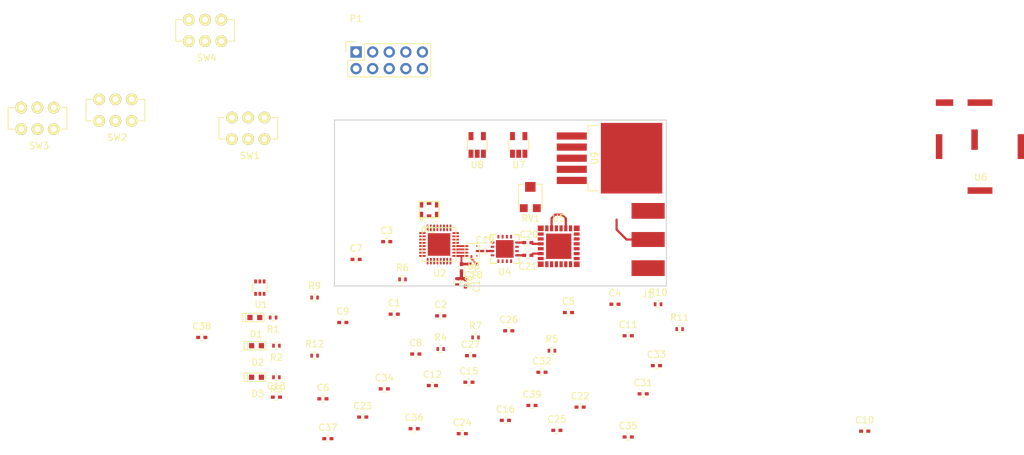
<source format=kicad_pcb>
(kicad_pcb (version 4) (host pcbnew 4.0.1-stable)

  (general
    (links 194)
    (no_connects 177)
    (area 106.274799 88.062999 157.301001 113.613001)
    (thickness 1.6)
    (drawings 4)
    (tracks 37)
    (zones 0)
    (modules 68)
    (nets 70)
  )

  (page A4)
  (layers
    (0 F.Cu signal)
    (1 In1.Cu signal)
    (2 In2.Cu signal)
    (31 B.Cu signal)
    (32 B.Adhes user)
    (33 F.Adhes user)
    (34 B.Paste user)
    (35 F.Paste user)
    (36 B.SilkS user)
    (37 F.SilkS user)
    (38 B.Mask user)
    (39 F.Mask user)
    (40 Dwgs.User user)
    (41 Cmts.User user)
    (42 Eco1.User user)
    (43 Eco2.User user)
    (44 Edge.Cuts user)
    (45 Margin user)
    (46 B.CrtYd user)
    (47 F.CrtYd user)
    (48 B.Fab user)
    (49 F.Fab user)
  )

  (setup
    (last_trace_width 0.342138)
    (user_trace_width 0.28)
    (user_trace_width 0.342138)
    (user_trace_width 0.4)
    (user_trace_width 0.5)
    (trace_clearance 0.127)
    (zone_clearance 0.508)
    (zone_45_only no)
    (trace_min 0.2)
    (segment_width 0.2)
    (edge_width 0.15)
    (via_size 0.6)
    (via_drill 0.4)
    (via_min_size 0.4)
    (via_min_drill 0.3)
    (uvia_size 0.3)
    (uvia_drill 0.1)
    (uvias_allowed no)
    (uvia_min_size 0.2)
    (uvia_min_drill 0.1)
    (pcb_text_width 0.3)
    (pcb_text_size 1.5 1.5)
    (mod_edge_width 0.15)
    (mod_text_size 1 1)
    (mod_text_width 0.15)
    (pad_size 0.99 0.28)
    (pad_drill 0)
    (pad_to_mask_clearance 0.2)
    (aux_axis_origin 0 0)
    (visible_elements 7FFFFFFF)
    (pcbplotparams
      (layerselection 0x00030_80000001)
      (usegerberextensions false)
      (excludeedgelayer true)
      (linewidth 0.100000)
      (plotframeref false)
      (viasonmask false)
      (mode 1)
      (useauxorigin false)
      (hpglpennumber 1)
      (hpglpenspeed 20)
      (hpglpendiameter 15)
      (hpglpenoverlay 2)
      (psnegative false)
      (psa4output false)
      (plotreference true)
      (plotvalue true)
      (plotinvisibletext false)
      (padsonsilk false)
      (subtractmaskfromsilk false)
      (outputformat 1)
      (mirror false)
      (drillshape 1)
      (scaleselection 1)
      (outputdirectory ""))
  )

  (net 0 "")
  (net 1 /Front_End/ANT)
  (net 2 GND)
  (net 3 /Front_End/3V3)
  (net 4 /Transceiver/MISO)
  (net 5 /Transceiver/GPIO0)
  (net 6 /Transceiver/CSN)
  (net 7 "Net-(R7-Pad1)")
  (net 8 "Net-(U2-Pad16)")
  (net 9 /Transceiver/RESET)
  (net 10 /Front_End/TRX_SIG)
  (net 11 /Transceiver/GPIO2)
  (net 12 "Net-(C3-Pad1)")
  (net 13 /Transceiver/MOSI)
  (net 14 /Transceiver/SCLK)
  (net 15 "Net-(C16-Pad2)")
  (net 16 "Net-(C14-Pad2)")
  (net 17 "Net-(C14-Pad1)")
  (net 18 "Net-(C12-Pad2)")
  (net 19 "Net-(C6-Pad2)")
  (net 20 "Net-(U2-Pad31)")
  (net 21 "Net-(C5-Pad1)")
  (net 22 "Net-(C18-Pad1)")
  (net 23 "Net-(C19-Pad1)")
  (net 24 "Net-(C19-Pad2)")
  (net 25 "Net-(C21-Pad2)")
  (net 26 "Net-(C20-Pad2)")
  (net 27 /Front_End/3V6)
  (net 28 "Net-(U5-Pad10)")
  (net 29 "Net-(R9-Pad1)")
  (net 30 /Front_End/RX)
  (net 31 /Front_End/TX)
  (net 32 /Front_End/EN)
  (net 33 /Front_End/BYP)
  (net 34 /Front_End/VPC)
  (net 35 "Net-(C28-Pad1)")
  (net 36 "Net-(C36-Pad1)")
  (net 37 /Power/Vin)
  (net 38 "Net-(SW4-Pad5)")
  (net 39 "Net-(C35-Pad1)")
  (net 40 "Net-(R11-Pad2)")
  (net 41 "Net-(X1-Pad5)")
  (net 42 "Net-(C5-Pad2)")
  (net 43 "Net-(C4-Pad2)")
  (net 44 "Net-(X1-Pad2)")
  (net 45 "Net-(C37-Pad1)")
  (net 46 /Power/1V8)
  (net 47 "Net-(D1-Pad2)")
  (net 48 "Net-(D2-Pad2)")
  (net 49 "Net-(D3-Pad2)")
  (net 50 "Net-(R10-Pad1)")
  (net 51 "Net-(R11-Pad1)")
  (net 52 "Net-(RV1-Pad1)")
  (net 53 "Net-(SW1-Pad1)")
  (net 54 "Net-(SW1-Pad2)")
  (net 55 "Net-(SW1-Pad3)")
  (net 56 "Net-(SW1-Pad4)")
  (net 57 /OP_3.3)
  (net 58 /Front_End/PA_ADJ)
  (net 59 "Net-(SW3-Pad1)")
  (net 60 "Net-(SW3-Pad2)")
  (net 61 "Net-(SW3-Pad3)")
  (net 62 "Net-(SW4-Pad3)")
  (net 63 "Net-(D1-Pad1)")
  (net 64 "Net-(D2-Pad1)")
  (net 65 /Transceiver/RF_PA)
  (net 66 /Transceiver/RF_TRX)
  (net 67 /Transceiver/RF_LNAP)
  (net 68 /Transceiver/RF_LNAN)
  (net 69 "Net-(C17-Pad1)")

  (net_class Default "This is the default net class."
    (clearance 0.127)
    (trace_width 0.25)
    (via_dia 0.6)
    (via_drill 0.4)
    (uvia_dia 0.3)
    (uvia_drill 0.1)
    (add_net /Front_End/3V3)
    (add_net /Front_End/3V6)
    (add_net /Front_End/BYP)
    (add_net /Front_End/EN)
    (add_net /Front_End/PA_ADJ)
    (add_net /Front_End/TRX_SIG)
    (add_net /Front_End/VPC)
    (add_net /OP_3.3)
    (add_net /Power/1V8)
    (add_net /Power/Vin)
    (add_net /Transceiver/CSN)
    (add_net /Transceiver/GPIO0)
    (add_net /Transceiver/GPIO2)
    (add_net /Transceiver/MISO)
    (add_net /Transceiver/MOSI)
    (add_net /Transceiver/RESET)
    (add_net /Transceiver/SCLK)
    (add_net GND)
    (add_net "Net-(C12-Pad2)")
    (add_net "Net-(C14-Pad1)")
    (add_net "Net-(C14-Pad2)")
    (add_net "Net-(C16-Pad2)")
    (add_net "Net-(C17-Pad1)")
    (add_net "Net-(C18-Pad1)")
    (add_net "Net-(C20-Pad2)")
    (add_net "Net-(C21-Pad2)")
    (add_net "Net-(C3-Pad1)")
    (add_net "Net-(C35-Pad1)")
    (add_net "Net-(C36-Pad1)")
    (add_net "Net-(C37-Pad1)")
    (add_net "Net-(C4-Pad2)")
    (add_net "Net-(C5-Pad1)")
    (add_net "Net-(C5-Pad2)")
    (add_net "Net-(C6-Pad2)")
    (add_net "Net-(D1-Pad1)")
    (add_net "Net-(D1-Pad2)")
    (add_net "Net-(D2-Pad1)")
    (add_net "Net-(D2-Pad2)")
    (add_net "Net-(D3-Pad2)")
    (add_net "Net-(R10-Pad1)")
    (add_net "Net-(R11-Pad1)")
    (add_net "Net-(R11-Pad2)")
    (add_net "Net-(R7-Pad1)")
    (add_net "Net-(R9-Pad1)")
    (add_net "Net-(RV1-Pad1)")
    (add_net "Net-(SW1-Pad1)")
    (add_net "Net-(SW1-Pad2)")
    (add_net "Net-(SW1-Pad3)")
    (add_net "Net-(SW1-Pad4)")
    (add_net "Net-(SW3-Pad1)")
    (add_net "Net-(SW3-Pad2)")
    (add_net "Net-(SW3-Pad3)")
    (add_net "Net-(SW4-Pad3)")
    (add_net "Net-(SW4-Pad5)")
    (add_net "Net-(U2-Pad16)")
    (add_net "Net-(U2-Pad31)")
    (add_net "Net-(U5-Pad10)")
    (add_net "Net-(X1-Pad2)")
    (add_net "Net-(X1-Pad5)")
  )

  (net_class RF_MS ""
    (clearance 0.127)
    (trace_width 0.342138)
    (via_dia 0.6)
    (via_drill 0.4)
    (uvia_dia 0.3)
    (uvia_drill 0.1)
    (add_net /Front_End/ANT)
    (add_net /Front_End/RX)
    (add_net /Front_End/TX)
    (add_net /Transceiver/RF_LNAN)
    (add_net /Transceiver/RF_LNAP)
    (add_net /Transceiver/RF_PA)
    (add_net /Transceiver/RF_TRX)
    (add_net "Net-(C19-Pad1)")
    (add_net "Net-(C19-Pad2)")
    (add_net "Net-(C28-Pad1)")
  )

  (module SFUSat-Radio:PVQFN-N32 (layer F.Cu) (tedit 587B519C) (tstamp 587B59B1)
    (at 122.428 107.188)
    (path /5821BF4E/5821C806)
    (fp_text reference U2 (at 0.1 4.4) (layer F.SilkS)
      (effects (font (size 1 1) (thickness 0.15)))
    )
    (fp_text value CC1125 (at 0.5 -3.8) (layer F.Fab)
      (effects (font (size 1 1) (thickness 0.15)))
    )
    (fp_line (start -2.575 2.575) (end 2.575 2.575) (layer F.SilkS) (width 0.15))
    (fp_line (start -2.575 -2.575) (end 2.575 -2.575) (layer F.SilkS) (width 0.15))
    (fp_line (start -2.575 -2.575) (end -2.575 2.575) (layer F.SilkS) (width 0.15))
    (fp_line (start 2.575 -2.575) (end 2.575 2.575) (layer F.SilkS) (width 0.15))
    (pad 25 smd rect (at 1.75 -2.545) (size 0.28 0.99) (layers F.Cu F.Paste F.Mask)
      (net 3 /Front_End/3V3))
    (pad 17 smd rect (at 2.545 1.75) (size 0.99 0.28) (layers F.Cu F.Paste F.Mask)
      (net 65 /Transceiver/RF_PA))
    (pad 1 smd rect (at -2.545 -1.75) (size 0.99 0.28) (layers F.Cu F.Paste F.Mask)
      (net 3 /Front_End/3V3))
    (pad 9 smd rect (at -1.75 2.545) (size 0.28 0.99) (layers F.Cu F.Paste F.Mask)
      (net 4 /Transceiver/MISO))
    (pad 33 smd rect (at 0 0) (size 3.45 3.45) (layers F.Cu F.Paste F.Mask)
      (net 2 GND))
    (pad 10 smd rect (at -1.25 2.545) (size 0.28 0.99) (layers F.Cu F.Paste F.Mask)
      (net 5 /Transceiver/GPIO0))
    (pad 11 smd rect (at -0.75 2.545) (size 0.28 0.99) (layers F.Cu F.Paste F.Mask)
      (net 6 /Transceiver/CSN))
    (pad 12 smd rect (at -0.25 2.545) (size 0.28 0.99) (layers F.Cu F.Paste F.Mask)
      (net 3 /Front_End/3V3))
    (pad 13 smd rect (at 0.25 2.545) (size 0.28 0.99) (layers F.Cu F.Paste F.Mask)
      (net 3 /Front_End/3V3))
    (pad 14 smd rect (at 0.75 2.545) (size 0.28 0.99) (layers F.Cu F.Paste F.Mask)
      (net 7 "Net-(R7-Pad1)"))
    (pad 15 smd rect (at 1.25 2.545) (size 0.28 0.99) (layers F.Cu F.Paste F.Mask)
      (net 3 /Front_End/3V3))
    (pad 16 smd rect (at 1.75 2.545) (size 0.28 0.99) (layers F.Cu F.Paste F.Mask)
      (net 8 "Net-(U2-Pad16)"))
    (pad 2 smd rect (at -2.545 -1.25) (size 0.99 0.28) (layers F.Cu F.Paste F.Mask)
      (net 9 /Transceiver/RESET))
    (pad 3 smd rect (at -2.545 -0.75) (size 0.99 0.28) (layers F.Cu F.Paste F.Mask)
      (net 10 /Front_End/TRX_SIG))
    (pad 4 smd rect (at -2.545 -0.25) (size 0.99 0.28) (layers F.Cu F.Paste F.Mask)
      (net 11 /Transceiver/GPIO2))
    (pad 5 smd rect (at -2.545 0.25) (size 0.99 0.28) (layers F.Cu F.Paste F.Mask)
      (net 3 /Front_End/3V3))
    (pad 6 smd rect (at -2.545 0.75) (size 0.99 0.28) (layers F.Cu F.Paste F.Mask)
      (net 12 "Net-(C3-Pad1)"))
    (pad 7 smd rect (at -2.545 1.25) (size 0.99 0.28) (layers F.Cu F.Paste F.Mask)
      (net 13 /Transceiver/MOSI))
    (pad 8 smd rect (at -2.545 1.75) (size 0.99 0.28) (layers F.Cu F.Paste F.Mask)
      (net 14 /Transceiver/SCLK))
    (pad 18 smd rect (at 2.545 1.25) (size 0.99 0.28) (layers F.Cu F.Paste F.Mask)
      (net 66 /Transceiver/RF_TRX))
    (pad 19 smd rect (at 2.545 0.75) (size 0.99 0.28) (layers F.Cu F.Paste F.Mask)
      (net 67 /Transceiver/RF_LNAP))
    (pad 20 smd rect (at 2.545 0.25) (size 0.99 0.28) (layers F.Cu F.Paste F.Mask)
      (net 68 /Transceiver/RF_LNAN))
    (pad 21 smd rect (at 2.545 -0.25) (size 0.99 0.28) (layers F.Cu F.Paste F.Mask)
      (net 15 "Net-(C16-Pad2)"))
    (pad 22 smd rect (at 2.545 -0.75) (size 0.99 0.28) (layers F.Cu F.Paste F.Mask)
      (net 3 /Front_End/3V3))
    (pad 23 smd rect (at 2.545 -1.25) (size 0.99 0.28) (layers F.Cu F.Paste F.Mask)
      (net 16 "Net-(C14-Pad2)"))
    (pad 24 smd rect (at 2.545 -1.75) (size 0.99 0.28) (layers F.Cu F.Paste F.Mask)
      (net 17 "Net-(C14-Pad1)"))
    (pad 26 smd rect (at 1.25 -2.545) (size 0.28 0.99) (layers F.Cu F.Paste F.Mask)
      (net 18 "Net-(C12-Pad2)"))
    (pad 27 smd rect (at 0.75 -2.545) (size 0.28 0.99) (layers F.Cu F.Paste F.Mask)
      (net 3 /Front_End/3V3))
    (pad 28 smd rect (at 0.25 -2.545) (size 0.28 0.99) (layers F.Cu F.Paste F.Mask)
      (net 3 /Front_End/3V3))
    (pad 29 smd rect (at -0.25 -2.545) (size 0.28 0.99) (layers F.Cu F.Paste F.Mask)
      (net 19 "Net-(C6-Pad2)"))
    (pad 30 smd rect (at -0.75 -2.545) (size 0.28 0.99) (layers F.Cu F.Paste F.Mask)
      (net 2 GND))
    (pad 31 smd rect (at -1.25 -2.545) (size 0.28 0.99) (layers F.Cu F.Paste F.Mask)
      (net 20 "Net-(U2-Pad31)"))
    (pad 32 smd rect (at -1.75 -2.545) (size 0.28 0.99) (layers F.Cu F.Paste F.Mask)
      (net 21 "Net-(C5-Pad1)"))
  )

  (module SFUSat-Radio:QFN-16_650P (layer F.Cu) (tedit 5872FB77) (tstamp 587B59E4)
    (at 132.4864 107.86872)
    (path /5821BF4E/587373A4)
    (fp_text reference U4 (at 0 3.5) (layer F.SilkS)
      (effects (font (size 1 1) (thickness 0.15)))
    )
    (fp_text value SKY13372-467LF (at 0 -3.5) (layer F.Fab)
      (effects (font (size 1 1) (thickness 0.15)))
    )
    (fp_circle (center -2.7 -1.8) (end -2.8 -1.8) (layer F.SilkS) (width 0.2))
    (fp_line (start 1.4 -2.2) (end 2.2 -2.2) (layer F.SilkS) (width 0.2))
    (fp_line (start 2.2 -2.2) (end 2.2 -1.4) (layer F.SilkS) (width 0.2))
    (fp_line (start 1.4 2.2) (end 2.2 2.2) (layer F.SilkS) (width 0.2))
    (fp_line (start 2.2 2.2) (end 2.2 1.4) (layer F.SilkS) (width 0.2))
    (fp_line (start -1.4 2.2) (end -2.2 2.2) (layer F.SilkS) (width 0.2))
    (fp_line (start -2.2 2.2) (end -2.2 1.4) (layer F.SilkS) (width 0.2))
    (fp_line (start -1.4 -2.2) (end -2.2 -2.2) (layer F.SilkS) (width 0.2))
    (fp_line (start -2.2 -2.2) (end -2.2 -1.4) (layer F.SilkS) (width 0.2))
    (fp_line (start -2 -2) (end 2 -2) (layer F.Fab) (width 0.2))
    (fp_line (start 2 -2) (end 2 2) (layer F.Fab) (width 0.2))
    (fp_line (start 2 2) (end -2 2) (layer F.Fab) (width 0.2))
    (fp_line (start -2 2) (end -2 -2) (layer F.Fab) (width 0.2))
    (pad 1 smd rect (at -1.875 -0.975) (size 0.55 0.3) (layers F.Cu F.Paste F.Mask)
      (net 3 /Front_End/3V3))
    (pad 1 smd rect (at -1.875 -0.975) (size 0.55 0.3) (layers F.Cu F.Paste F.Mask)
      (net 3 /Front_End/3V3))
    (pad 2 smd rect (at -1.875 -0.325) (size 0.55 0.3) (layers F.Cu F.Paste F.Mask)
      (net 10 /Front_End/TRX_SIG))
    (pad 3 smd rect (at -1.875 0.325) (size 0.55 0.3) (layers F.Cu F.Paste F.Mask)
      (net 24 "Net-(C19-Pad2)"))
    (pad 4 smd rect (at -1.875 0.975) (size 0.55 0.3) (layers F.Cu F.Paste F.Mask)
      (net 2 GND))
    (pad 5 smd rect (at -0.975 1.875 90) (size 0.55 0.3) (layers F.Cu F.Paste F.Mask)
      (net 2 GND))
    (pad 6 smd rect (at -0.325 1.875 90) (size 0.55 0.3) (layers F.Cu F.Paste F.Mask)
      (net 2 GND))
    (pad 7 smd rect (at 0.325 1.875 90) (size 0.55 0.3) (layers F.Cu F.Paste F.Mask)
      (net 2 GND))
    (pad 8 smd rect (at 0.975 1.875 90) (size 0.55 0.3) (layers F.Cu F.Paste F.Mask)
      (net 2 GND))
    (pad 9 smd rect (at 1.875 0.975) (size 0.55 0.3) (layers F.Cu F.Paste F.Mask)
      (net 25 "Net-(C21-Pad2)"))
    (pad 10 smd rect (at 1.875 0.325) (size 0.55 0.3) (layers F.Cu F.Paste F.Mask)
      (net 2 GND))
    (pad 11 smd rect (at 1.875 -0.325) (size 0.55 0.3) (layers F.Cu F.Paste F.Mask)
      (net 2 GND))
    (pad 12 smd rect (at 1.875 -0.975) (size 0.55 0.3) (layers F.Cu F.Paste F.Mask)
      (net 26 "Net-(C20-Pad2)"))
    (pad 13 smd rect (at 0.975 -1.875 90) (size 0.55 0.3) (layers F.Cu F.Paste F.Mask)
      (net 2 GND))
    (pad 14 smd rect (at 0.325 -1.875 90) (size 0.55 0.3) (layers F.Cu F.Paste F.Mask)
      (net 2 GND))
    (pad 15 smd rect (at -0.325 -1.875 90) (size 0.55 0.3) (layers F.Cu F.Paste F.Mask)
      (net 2 GND))
    (pad 16 smd rect (at -0.975 -1.875 90) (size 0.55 0.3) (layers F.Cu F.Paste F.Mask)
      (net 2 GND))
    (pad 17 smd rect (at 0 0 90) (size 2.7 2.7) (layers F.Cu F.Paste F.Mask))
  )

  (module SFUSat-Radio:BMI-S-101 (layer F.Cu) (tedit 587B4935) (tstamp 587B5A0F)
    (at 205.232 92.202)
    (path /58222D4C/5882B6C7)
    (fp_text reference U6 (at 0.1 4.7) (layer F.SilkS)
      (effects (font (size 1 1) (thickness 0.15)))
    )
    (fp_text value BMI-S-101 (at 0.3 -5.4) (layer F.Fab)
      (effects (font (size 1 1) (thickness 0.15)))
    )
    (pad 3 smd rect (at 6.26 0) (size 1 3.8) (layers F.Cu F.Paste F.Mask)
      (net 2 GND))
    (pad 3 smd rect (at -6.26 0) (size 1 3.8) (layers F.Cu F.Paste F.Mask)
      (net 2 GND))
    (pad 3 smd rect (at 0 -6.73) (size 3.8 1) (layers F.Cu F.Paste F.Mask)
      (net 2 GND))
    (pad 1 smd rect (at -5.43 -6.73) (size 2.66 1) (layers F.Cu F.Paste F.Mask)
      (net 2 GND))
    (pad 2 smd rect (at -0.83 -1.065) (size 1 3.13) (layers F.Cu F.Paste F.Mask)
      (net 2 GND))
    (pad 3 smd rect (at 0 6.73) (size 3.8 1) (layers F.Cu F.Paste F.Mask)
      (net 2 GND))
  )

  (module TO_SOT_Packages_SMD:TO-263-5Lead (layer F.Cu) (tedit 55D39254) (tstamp 587B5A2F)
    (at 142.748 93.98)
    (descr "D2PAK / TO-263 3-lead smd package")
    (tags "D2PAK D2PAK-3 TO-263AB TO-263")
    (path /586B9E11/58770580)
    (attr smd)
    (fp_text reference U9 (at 3.5 0 90) (layer F.SilkS)
      (effects (font (size 1 1) (thickness 0.15)))
    )
    (fp_text value RT9183 (at 15.25 -0.25 90) (layer F.Fab)
      (effects (font (size 1 1) (thickness 0.15)))
    )
    (fp_line (start 14.1 5.65) (end -2.55 5.65) (layer F.CrtYd) (width 0.05))
    (fp_line (start 14.1 -5.65) (end 14.1 5.65) (layer F.CrtYd) (width 0.05))
    (fp_line (start 14.1 -5.65) (end -2.55 -5.65) (layer F.CrtYd) (width 0.05))
    (fp_line (start -2.55 -5.65) (end -2.55 5.65) (layer F.CrtYd) (width 0.05))
    (fp_line (start 2.5 5) (end 2.5 3.75) (layer F.SilkS) (width 0.15))
    (fp_line (start 2.5 5) (end 4 5) (layer F.SilkS) (width 0.15))
    (fp_line (start 2.5 -5) (end 4 -5) (layer F.SilkS) (width 0.15))
    (fp_line (start 2.5 -5) (end 2.5 -3.75) (layer F.SilkS) (width 0.15))
    (pad 5 smd rect (at 0 3.4) (size 4.6 1.1) (layers F.Cu F.Paste F.Mask)
      (net 40 "Net-(R11-Pad2)"))
    (pad 4 smd rect (at 0 1.7) (size 4.6 1.1) (layers F.Cu F.Paste F.Mask)
      (net 27 /Front_End/3V6))
    (pad 2 smd rect (at 0 -1.7) (size 4.6 1.1) (layers F.Cu F.Paste F.Mask)
      (net 37 /Power/Vin))
    (pad 3 smd rect (at 9.15 0) (size 9.4 10.8) (layers F.Cu F.Paste F.Mask)
      (net 2 GND))
    (pad 3 smd rect (at 0 0) (size 4.6 1.1) (layers F.Cu F.Paste F.Mask)
      (net 2 GND))
    (pad 1 smd rect (at 0 -3.4) (size 4.6 1.1) (layers F.Cu F.Paste F.Mask)
      (net 37 /Power/Vin))
    (model TO_SOT_Packages_SMD.3dshapes/TO-263-5Lead.wrl
      (at (xyz 0 0 0))
      (scale (xyz 1 1 1))
      (rotate (xyz 0 0 90))
    )
  )

  (module SFUSat-Radio:DFN-6 (layer F.Cu) (tedit 58734702) (tstamp 587B5A42)
    (at 120.904 101.854)
    (path /5821BF4E/58734E44)
    (fp_text reference X1 (at 0 3) (layer F.SilkS)
      (effects (font (size 1 1) (thickness 0.15)))
    )
    (fp_text value KT2520K40000DAW18TAS (at 0 -3) (layer F.Fab)
      (effects (font (size 1 1) (thickness 0.15)))
    )
    (fp_circle (center -1.15 1.55) (end -1.15 1.59) (layer F.SilkS) (width 0.2))
    (fp_line (start -1.5 -1.25) (end -1.5 1.25) (layer F.SilkS) (width 0.2))
    (fp_line (start -1.5 1.25) (end 1.5 1.25) (layer F.SilkS) (width 0.2))
    (fp_line (start 1.5 1.25) (end 1.5 -1.25) (layer F.SilkS) (width 0.2))
    (fp_line (start 1.5 -1.25) (end -1.5 -1.25) (layer F.SilkS) (width 0.2))
    (fp_line (start -1.25 -1) (end 1.25 -1) (layer F.Fab) (width 0.2))
    (fp_line (start 1.25 -1) (end 1.25 1) (layer F.Fab) (width 0.2))
    (fp_line (start 1.25 1) (end -1.25 1) (layer F.Fab) (width 0.2))
    (fp_line (start -1.25 1) (end -1.25 -1) (layer F.Fab) (width 0.2))
    (pad 5 smd rect (at 0 -0.935) (size 0.7 0.43) (layers F.Cu F.Paste F.Mask)
      (net 41 "Net-(X1-Pad5)"))
    (pad 4 smd rect (at 1.15 -0.7375) (size 0.5 0.825) (layers F.Cu F.Paste F.Mask)
      (net 42 "Net-(C5-Pad2)"))
    (pad 6 smd rect (at -1.15 -0.7375) (size 0.5 0.825) (layers F.Cu F.Paste F.Mask)
      (net 43 "Net-(C4-Pad2)"))
    (pad 3 smd rect (at 1.15 0.7375) (size 0.5 0.825) (layers F.Cu F.Paste F.Mask)
      (net 2 GND))
    (pad 2 smd rect (at 0 0.935) (size 0.7 0.43) (layers F.Cu F.Paste F.Mask)
      (net 44 "Net-(X1-Pad2)"))
    (pad 1 smd rect (at -1.15 0.7375) (size 0.5 0.825) (layers F.Cu F.Paste F.Mask)
      (net 2 GND))
  )

  (module Capacitors_SMD:C_0402 (layer F.Cu) (tedit 5415D599) (tstamp 587B5F36)
    (at 115.57 117.856)
    (descr "Capacitor SMD 0402, reflow soldering, AVX (see smccp.pdf)")
    (tags "capacitor 0402")
    (path /5821BF4E/5821C80D)
    (attr smd)
    (fp_text reference C1 (at 0 -1.7) (layer F.SilkS)
      (effects (font (size 1 1) (thickness 0.15)))
    )
    (fp_text value 47nF (at 0 1.7) (layer F.Fab)
      (effects (font (size 1 1) (thickness 0.15)))
    )
    (fp_line (start -0.5 0.25) (end -0.5 -0.25) (layer F.Fab) (width 0.1))
    (fp_line (start 0.5 0.25) (end -0.5 0.25) (layer F.Fab) (width 0.1))
    (fp_line (start 0.5 -0.25) (end 0.5 0.25) (layer F.Fab) (width 0.1))
    (fp_line (start -0.5 -0.25) (end 0.5 -0.25) (layer F.Fab) (width 0.1))
    (fp_line (start -1.15 -0.6) (end 1.15 -0.6) (layer F.CrtYd) (width 0.05))
    (fp_line (start -1.15 0.6) (end 1.15 0.6) (layer F.CrtYd) (width 0.05))
    (fp_line (start -1.15 -0.6) (end -1.15 0.6) (layer F.CrtYd) (width 0.05))
    (fp_line (start 1.15 -0.6) (end 1.15 0.6) (layer F.CrtYd) (width 0.05))
    (fp_line (start 0.25 -0.475) (end -0.25 -0.475) (layer F.SilkS) (width 0.12))
    (fp_line (start -0.25 0.475) (end 0.25 0.475) (layer F.SilkS) (width 0.12))
    (pad 1 smd rect (at -0.55 0) (size 0.6 0.5) (layers F.Cu F.Paste F.Mask)
      (net 3 /Front_End/3V3))
    (pad 2 smd rect (at 0.55 0) (size 0.6 0.5) (layers F.Cu F.Paste F.Mask)
      (net 2 GND))
    (model Capacitors_SMD.3dshapes/C_0402.wrl
      (at (xyz 0 0 0))
      (scale (xyz 1 1 1))
      (rotate (xyz 0 0 0))
    )
  )

  (module Capacitors_SMD:C_0402 (layer F.Cu) (tedit 5415D599) (tstamp 587B5F3C)
    (at 122.682 118.11)
    (descr "Capacitor SMD 0402, reflow soldering, AVX (see smccp.pdf)")
    (tags "capacitor 0402")
    (path /5821BF4E/5821C814)
    (attr smd)
    (fp_text reference C2 (at 0 -1.7) (layer F.SilkS)
      (effects (font (size 1 1) (thickness 0.15)))
    )
    (fp_text value 47nF (at 0 1.7) (layer F.Fab)
      (effects (font (size 1 1) (thickness 0.15)))
    )
    (fp_line (start -0.5 0.25) (end -0.5 -0.25) (layer F.Fab) (width 0.1))
    (fp_line (start 0.5 0.25) (end -0.5 0.25) (layer F.Fab) (width 0.1))
    (fp_line (start 0.5 -0.25) (end 0.5 0.25) (layer F.Fab) (width 0.1))
    (fp_line (start -0.5 -0.25) (end 0.5 -0.25) (layer F.Fab) (width 0.1))
    (fp_line (start -1.15 -0.6) (end 1.15 -0.6) (layer F.CrtYd) (width 0.05))
    (fp_line (start -1.15 0.6) (end 1.15 0.6) (layer F.CrtYd) (width 0.05))
    (fp_line (start -1.15 -0.6) (end -1.15 0.6) (layer F.CrtYd) (width 0.05))
    (fp_line (start 1.15 -0.6) (end 1.15 0.6) (layer F.CrtYd) (width 0.05))
    (fp_line (start 0.25 -0.475) (end -0.25 -0.475) (layer F.SilkS) (width 0.12))
    (fp_line (start -0.25 0.475) (end 0.25 0.475) (layer F.SilkS) (width 0.12))
    (pad 1 smd rect (at -0.55 0) (size 0.6 0.5) (layers F.Cu F.Paste F.Mask)
      (net 3 /Front_End/3V3))
    (pad 2 smd rect (at 0.55 0) (size 0.6 0.5) (layers F.Cu F.Paste F.Mask)
      (net 2 GND))
    (model Capacitors_SMD.3dshapes/C_0402.wrl
      (at (xyz 0 0 0))
      (scale (xyz 1 1 1))
      (rotate (xyz 0 0 0))
    )
  )

  (module Capacitors_SMD:C_0402 (layer F.Cu) (tedit 5415D599) (tstamp 587B5F42)
    (at 114.4143 106.7562)
    (descr "Capacitor SMD 0402, reflow soldering, AVX (see smccp.pdf)")
    (tags "capacitor 0402")
    (path /5821BF4E/5821C81B)
    (attr smd)
    (fp_text reference C3 (at 0 -1.7) (layer F.SilkS)
      (effects (font (size 1 1) (thickness 0.15)))
    )
    (fp_text value 220nF (at 0 1.7) (layer F.Fab)
      (effects (font (size 1 1) (thickness 0.15)))
    )
    (fp_line (start -0.5 0.25) (end -0.5 -0.25) (layer F.Fab) (width 0.1))
    (fp_line (start 0.5 0.25) (end -0.5 0.25) (layer F.Fab) (width 0.1))
    (fp_line (start 0.5 -0.25) (end 0.5 0.25) (layer F.Fab) (width 0.1))
    (fp_line (start -0.5 -0.25) (end 0.5 -0.25) (layer F.Fab) (width 0.1))
    (fp_line (start -1.15 -0.6) (end 1.15 -0.6) (layer F.CrtYd) (width 0.05))
    (fp_line (start -1.15 0.6) (end 1.15 0.6) (layer F.CrtYd) (width 0.05))
    (fp_line (start -1.15 -0.6) (end -1.15 0.6) (layer F.CrtYd) (width 0.05))
    (fp_line (start 1.15 -0.6) (end 1.15 0.6) (layer F.CrtYd) (width 0.05))
    (fp_line (start 0.25 -0.475) (end -0.25 -0.475) (layer F.SilkS) (width 0.12))
    (fp_line (start -0.25 0.475) (end 0.25 0.475) (layer F.SilkS) (width 0.12))
    (pad 1 smd rect (at -0.55 0) (size 0.6 0.5) (layers F.Cu F.Paste F.Mask)
      (net 12 "Net-(C3-Pad1)"))
    (pad 2 smd rect (at 0.55 0) (size 0.6 0.5) (layers F.Cu F.Paste F.Mask)
      (net 2 GND))
    (model Capacitors_SMD.3dshapes/C_0402.wrl
      (at (xyz 0 0 0))
      (scale (xyz 1 1 1))
      (rotate (xyz 0 0 0))
    )
  )

  (module Capacitors_SMD:C_0402 (layer F.Cu) (tedit 5415D599) (tstamp 587B5F48)
    (at 149.352 116.332)
    (descr "Capacitor SMD 0402, reflow soldering, AVX (see smccp.pdf)")
    (tags "capacitor 0402")
    (path /5821BF4E/5821C9F3)
    (attr smd)
    (fp_text reference C4 (at 0 -1.7) (layer F.SilkS)
      (effects (font (size 1 1) (thickness 0.15)))
    )
    (fp_text value 10nF (at 0 1.7) (layer F.Fab)
      (effects (font (size 1 1) (thickness 0.15)))
    )
    (fp_line (start -0.5 0.25) (end -0.5 -0.25) (layer F.Fab) (width 0.1))
    (fp_line (start 0.5 0.25) (end -0.5 0.25) (layer F.Fab) (width 0.1))
    (fp_line (start 0.5 -0.25) (end 0.5 0.25) (layer F.Fab) (width 0.1))
    (fp_line (start -0.5 -0.25) (end 0.5 -0.25) (layer F.Fab) (width 0.1))
    (fp_line (start -1.15 -0.6) (end 1.15 -0.6) (layer F.CrtYd) (width 0.05))
    (fp_line (start -1.15 0.6) (end 1.15 0.6) (layer F.CrtYd) (width 0.05))
    (fp_line (start -1.15 -0.6) (end -1.15 0.6) (layer F.CrtYd) (width 0.05))
    (fp_line (start 1.15 -0.6) (end 1.15 0.6) (layer F.CrtYd) (width 0.05))
    (fp_line (start 0.25 -0.475) (end -0.25 -0.475) (layer F.SilkS) (width 0.12))
    (fp_line (start -0.25 0.475) (end 0.25 0.475) (layer F.SilkS) (width 0.12))
    (pad 1 smd rect (at -0.55 0) (size 0.6 0.5) (layers F.Cu F.Paste F.Mask)
      (net 2 GND))
    (pad 2 smd rect (at 0.55 0) (size 0.6 0.5) (layers F.Cu F.Paste F.Mask)
      (net 43 "Net-(C4-Pad2)"))
    (model Capacitors_SMD.3dshapes/C_0402.wrl
      (at (xyz 0 0 0))
      (scale (xyz 1 1 1))
      (rotate (xyz 0 0 0))
    )
  )

  (module Capacitors_SMD:C_0402 (layer F.Cu) (tedit 5415D599) (tstamp 587B5F4E)
    (at 142.24 117.602)
    (descr "Capacitor SMD 0402, reflow soldering, AVX (see smccp.pdf)")
    (tags "capacitor 0402")
    (path /5821BF4E/5821C9DD)
    (attr smd)
    (fp_text reference C5 (at 0 -1.7) (layer F.SilkS)
      (effects (font (size 1 1) (thickness 0.15)))
    )
    (fp_text value 10pF (at 0 1.7) (layer F.Fab)
      (effects (font (size 1 1) (thickness 0.15)))
    )
    (fp_line (start -0.5 0.25) (end -0.5 -0.25) (layer F.Fab) (width 0.1))
    (fp_line (start 0.5 0.25) (end -0.5 0.25) (layer F.Fab) (width 0.1))
    (fp_line (start 0.5 -0.25) (end 0.5 0.25) (layer F.Fab) (width 0.1))
    (fp_line (start -0.5 -0.25) (end 0.5 -0.25) (layer F.Fab) (width 0.1))
    (fp_line (start -1.15 -0.6) (end 1.15 -0.6) (layer F.CrtYd) (width 0.05))
    (fp_line (start -1.15 0.6) (end 1.15 0.6) (layer F.CrtYd) (width 0.05))
    (fp_line (start -1.15 -0.6) (end -1.15 0.6) (layer F.CrtYd) (width 0.05))
    (fp_line (start 1.15 -0.6) (end 1.15 0.6) (layer F.CrtYd) (width 0.05))
    (fp_line (start 0.25 -0.475) (end -0.25 -0.475) (layer F.SilkS) (width 0.12))
    (fp_line (start -0.25 0.475) (end 0.25 0.475) (layer F.SilkS) (width 0.12))
    (pad 1 smd rect (at -0.55 0) (size 0.6 0.5) (layers F.Cu F.Paste F.Mask)
      (net 21 "Net-(C5-Pad1)"))
    (pad 2 smd rect (at 0.55 0) (size 0.6 0.5) (layers F.Cu F.Paste F.Mask)
      (net 42 "Net-(C5-Pad2)"))
    (model Capacitors_SMD.3dshapes/C_0402.wrl
      (at (xyz 0 0 0))
      (scale (xyz 1 1 1))
      (rotate (xyz 0 0 0))
    )
  )

  (module Capacitors_SMD:C_0402 (layer F.Cu) (tedit 5415D599) (tstamp 587B5F54)
    (at 104.648 130.81)
    (descr "Capacitor SMD 0402, reflow soldering, AVX (see smccp.pdf)")
    (tags "capacitor 0402")
    (path /5821BF4E/5821C869)
    (attr smd)
    (fp_text reference C6 (at 0 -1.7) (layer F.SilkS)
      (effects (font (size 1 1) (thickness 0.15)))
    )
    (fp_text value 47nF (at 0 1.7) (layer F.Fab)
      (effects (font (size 1 1) (thickness 0.15)))
    )
    (fp_line (start -0.5 0.25) (end -0.5 -0.25) (layer F.Fab) (width 0.1))
    (fp_line (start 0.5 0.25) (end -0.5 0.25) (layer F.Fab) (width 0.1))
    (fp_line (start 0.5 -0.25) (end 0.5 0.25) (layer F.Fab) (width 0.1))
    (fp_line (start -0.5 -0.25) (end 0.5 -0.25) (layer F.Fab) (width 0.1))
    (fp_line (start -1.15 -0.6) (end 1.15 -0.6) (layer F.CrtYd) (width 0.05))
    (fp_line (start -1.15 0.6) (end 1.15 0.6) (layer F.CrtYd) (width 0.05))
    (fp_line (start -1.15 -0.6) (end -1.15 0.6) (layer F.CrtYd) (width 0.05))
    (fp_line (start 1.15 -0.6) (end 1.15 0.6) (layer F.CrtYd) (width 0.05))
    (fp_line (start 0.25 -0.475) (end -0.25 -0.475) (layer F.SilkS) (width 0.12))
    (fp_line (start -0.25 0.475) (end 0.25 0.475) (layer F.SilkS) (width 0.12))
    (pad 1 smd rect (at -0.55 0) (size 0.6 0.5) (layers F.Cu F.Paste F.Mask)
      (net 2 GND))
    (pad 2 smd rect (at 0.55 0) (size 0.6 0.5) (layers F.Cu F.Paste F.Mask)
      (net 19 "Net-(C6-Pad2)"))
    (model Capacitors_SMD.3dshapes/C_0402.wrl
      (at (xyz 0 0 0))
      (scale (xyz 1 1 1))
      (rotate (xyz 0 0 0))
    )
  )

  (module Capacitors_SMD:C_0402 (layer F.Cu) (tedit 5415D599) (tstamp 587B5F5A)
    (at 109.728 109.474)
    (descr "Capacitor SMD 0402, reflow soldering, AVX (see smccp.pdf)")
    (tags "capacitor 0402")
    (path /5821BF4E/5821C883)
    (attr smd)
    (fp_text reference C7 (at 0 -1.7) (layer F.SilkS)
      (effects (font (size 1 1) (thickness 0.15)))
    )
    (fp_text value 47nF (at 0 1.7) (layer F.Fab)
      (effects (font (size 1 1) (thickness 0.15)))
    )
    (fp_line (start -0.5 0.25) (end -0.5 -0.25) (layer F.Fab) (width 0.1))
    (fp_line (start 0.5 0.25) (end -0.5 0.25) (layer F.Fab) (width 0.1))
    (fp_line (start 0.5 -0.25) (end 0.5 0.25) (layer F.Fab) (width 0.1))
    (fp_line (start -0.5 -0.25) (end 0.5 -0.25) (layer F.Fab) (width 0.1))
    (fp_line (start -1.15 -0.6) (end 1.15 -0.6) (layer F.CrtYd) (width 0.05))
    (fp_line (start -1.15 0.6) (end 1.15 0.6) (layer F.CrtYd) (width 0.05))
    (fp_line (start -1.15 -0.6) (end -1.15 0.6) (layer F.CrtYd) (width 0.05))
    (fp_line (start 1.15 -0.6) (end 1.15 0.6) (layer F.CrtYd) (width 0.05))
    (fp_line (start 0.25 -0.475) (end -0.25 -0.475) (layer F.SilkS) (width 0.12))
    (fp_line (start -0.25 0.475) (end 0.25 0.475) (layer F.SilkS) (width 0.12))
    (pad 1 smd rect (at -0.55 0) (size 0.6 0.5) (layers F.Cu F.Paste F.Mask)
      (net 2 GND))
    (pad 2 smd rect (at 0.55 0) (size 0.6 0.5) (layers F.Cu F.Paste F.Mask)
      (net 3 /Front_End/3V3))
    (model Capacitors_SMD.3dshapes/C_0402.wrl
      (at (xyz 0 0 0))
      (scale (xyz 1 1 1))
      (rotate (xyz 0 0 0))
    )
  )

  (module Capacitors_SMD:C_0402 (layer F.Cu) (tedit 5415D599) (tstamp 587B5F60)
    (at 118.872 123.952)
    (descr "Capacitor SMD 0402, reflow soldering, AVX (see smccp.pdf)")
    (tags "capacitor 0402")
    (path /5821BF4E/5821C834)
    (attr smd)
    (fp_text reference C8 (at 0 -1.7) (layer F.SilkS)
      (effects (font (size 1 1) (thickness 0.15)))
    )
    (fp_text value 47nF (at 0 1.7) (layer F.Fab)
      (effects (font (size 1 1) (thickness 0.15)))
    )
    (fp_line (start -0.5 0.25) (end -0.5 -0.25) (layer F.Fab) (width 0.1))
    (fp_line (start 0.5 0.25) (end -0.5 0.25) (layer F.Fab) (width 0.1))
    (fp_line (start 0.5 -0.25) (end 0.5 0.25) (layer F.Fab) (width 0.1))
    (fp_line (start -0.5 -0.25) (end 0.5 -0.25) (layer F.Fab) (width 0.1))
    (fp_line (start -1.15 -0.6) (end 1.15 -0.6) (layer F.CrtYd) (width 0.05))
    (fp_line (start -1.15 0.6) (end 1.15 0.6) (layer F.CrtYd) (width 0.05))
    (fp_line (start -1.15 -0.6) (end -1.15 0.6) (layer F.CrtYd) (width 0.05))
    (fp_line (start 1.15 -0.6) (end 1.15 0.6) (layer F.CrtYd) (width 0.05))
    (fp_line (start 0.25 -0.475) (end -0.25 -0.475) (layer F.SilkS) (width 0.12))
    (fp_line (start -0.25 0.475) (end 0.25 0.475) (layer F.SilkS) (width 0.12))
    (pad 1 smd rect (at -0.55 0) (size 0.6 0.5) (layers F.Cu F.Paste F.Mask)
      (net 2 GND))
    (pad 2 smd rect (at 0.55 0) (size 0.6 0.5) (layers F.Cu F.Paste F.Mask)
      (net 3 /Front_End/3V3))
    (model Capacitors_SMD.3dshapes/C_0402.wrl
      (at (xyz 0 0 0))
      (scale (xyz 1 1 1))
      (rotate (xyz 0 0 0))
    )
  )

  (module Capacitors_SMD:C_0402 (layer F.Cu) (tedit 5415D599) (tstamp 587B5F66)
    (at 107.696 119.126)
    (descr "Capacitor SMD 0402, reflow soldering, AVX (see smccp.pdf)")
    (tags "capacitor 0402")
    (path /5821BF4E/5821C876)
    (attr smd)
    (fp_text reference C9 (at 0 -1.7) (layer F.SilkS)
      (effects (font (size 1 1) (thickness 0.15)))
    )
    (fp_text value 47nF (at 0 1.7) (layer F.Fab)
      (effects (font (size 1 1) (thickness 0.15)))
    )
    (fp_line (start -0.5 0.25) (end -0.5 -0.25) (layer F.Fab) (width 0.1))
    (fp_line (start 0.5 0.25) (end -0.5 0.25) (layer F.Fab) (width 0.1))
    (fp_line (start 0.5 -0.25) (end 0.5 0.25) (layer F.Fab) (width 0.1))
    (fp_line (start -0.5 -0.25) (end 0.5 -0.25) (layer F.Fab) (width 0.1))
    (fp_line (start -1.15 -0.6) (end 1.15 -0.6) (layer F.CrtYd) (width 0.05))
    (fp_line (start -1.15 0.6) (end 1.15 0.6) (layer F.CrtYd) (width 0.05))
    (fp_line (start -1.15 -0.6) (end -1.15 0.6) (layer F.CrtYd) (width 0.05))
    (fp_line (start 1.15 -0.6) (end 1.15 0.6) (layer F.CrtYd) (width 0.05))
    (fp_line (start 0.25 -0.475) (end -0.25 -0.475) (layer F.SilkS) (width 0.12))
    (fp_line (start -0.25 0.475) (end 0.25 0.475) (layer F.SilkS) (width 0.12))
    (pad 1 smd rect (at -0.55 0) (size 0.6 0.5) (layers F.Cu F.Paste F.Mask)
      (net 2 GND))
    (pad 2 smd rect (at 0.55 0) (size 0.6 0.5) (layers F.Cu F.Paste F.Mask)
      (net 3 /Front_End/3V3))
    (model Capacitors_SMD.3dshapes/C_0402.wrl
      (at (xyz 0 0 0))
      (scale (xyz 1 1 1))
      (rotate (xyz 0 0 0))
    )
  )

  (module Capacitors_SMD:C_0402 (layer F.Cu) (tedit 5415D599) (tstamp 587B5F6C)
    (at 187.579 135.763)
    (descr "Capacitor SMD 0402, reflow soldering, AVX (see smccp.pdf)")
    (tags "capacitor 0402")
    (path /5821BF4E/5821C842)
    (attr smd)
    (fp_text reference C10 (at 0 -1.7) (layer F.SilkS)
      (effects (font (size 1 1) (thickness 0.15)))
    )
    (fp_text value 47nF (at 0 1.7) (layer F.Fab)
      (effects (font (size 1 1) (thickness 0.15)))
    )
    (fp_line (start -0.5 0.25) (end -0.5 -0.25) (layer F.Fab) (width 0.1))
    (fp_line (start 0.5 0.25) (end -0.5 0.25) (layer F.Fab) (width 0.1))
    (fp_line (start 0.5 -0.25) (end 0.5 0.25) (layer F.Fab) (width 0.1))
    (fp_line (start -0.5 -0.25) (end 0.5 -0.25) (layer F.Fab) (width 0.1))
    (fp_line (start -1.15 -0.6) (end 1.15 -0.6) (layer F.CrtYd) (width 0.05))
    (fp_line (start -1.15 0.6) (end 1.15 0.6) (layer F.CrtYd) (width 0.05))
    (fp_line (start -1.15 -0.6) (end -1.15 0.6) (layer F.CrtYd) (width 0.05))
    (fp_line (start 1.15 -0.6) (end 1.15 0.6) (layer F.CrtYd) (width 0.05))
    (fp_line (start 0.25 -0.475) (end -0.25 -0.475) (layer F.SilkS) (width 0.12))
    (fp_line (start -0.25 0.475) (end 0.25 0.475) (layer F.SilkS) (width 0.12))
    (pad 1 smd rect (at -0.55 0) (size 0.6 0.5) (layers F.Cu F.Paste F.Mask)
      (net 2 GND))
    (pad 2 smd rect (at 0.55 0) (size 0.6 0.5) (layers F.Cu F.Paste F.Mask)
      (net 3 /Front_End/3V3))
    (model Capacitors_SMD.3dshapes/C_0402.wrl
      (at (xyz 0 0 0))
      (scale (xyz 1 1 1))
      (rotate (xyz 0 0 0))
    )
  )

  (module Capacitors_SMD:C_0402 (layer F.Cu) (tedit 5415D599) (tstamp 587B5F72)
    (at 151.384 121.158)
    (descr "Capacitor SMD 0402, reflow soldering, AVX (see smccp.pdf)")
    (tags "capacitor 0402")
    (path /5821BF4E/5821C890)
    (attr smd)
    (fp_text reference C11 (at 0 -1.7) (layer F.SilkS)
      (effects (font (size 1 1) (thickness 0.15)))
    )
    (fp_text value 47nF (at 0 1.7) (layer F.Fab)
      (effects (font (size 1 1) (thickness 0.15)))
    )
    (fp_line (start -0.5 0.25) (end -0.5 -0.25) (layer F.Fab) (width 0.1))
    (fp_line (start 0.5 0.25) (end -0.5 0.25) (layer F.Fab) (width 0.1))
    (fp_line (start 0.5 -0.25) (end 0.5 0.25) (layer F.Fab) (width 0.1))
    (fp_line (start -0.5 -0.25) (end 0.5 -0.25) (layer F.Fab) (width 0.1))
    (fp_line (start -1.15 -0.6) (end 1.15 -0.6) (layer F.CrtYd) (width 0.05))
    (fp_line (start -1.15 0.6) (end 1.15 0.6) (layer F.CrtYd) (width 0.05))
    (fp_line (start -1.15 -0.6) (end -1.15 0.6) (layer F.CrtYd) (width 0.05))
    (fp_line (start 1.15 -0.6) (end 1.15 0.6) (layer F.CrtYd) (width 0.05))
    (fp_line (start 0.25 -0.475) (end -0.25 -0.475) (layer F.SilkS) (width 0.12))
    (fp_line (start -0.25 0.475) (end 0.25 0.475) (layer F.SilkS) (width 0.12))
    (pad 1 smd rect (at -0.55 0) (size 0.6 0.5) (layers F.Cu F.Paste F.Mask)
      (net 2 GND))
    (pad 2 smd rect (at 0.55 0) (size 0.6 0.5) (layers F.Cu F.Paste F.Mask)
      (net 3 /Front_End/3V3))
    (model Capacitors_SMD.3dshapes/C_0402.wrl
      (at (xyz 0 0 0))
      (scale (xyz 1 1 1))
      (rotate (xyz 0 0 0))
    )
  )

  (module Capacitors_SMD:C_0402 (layer F.Cu) (tedit 5415D599) (tstamp 587B5F78)
    (at 121.412 128.778)
    (descr "Capacitor SMD 0402, reflow soldering, AVX (see smccp.pdf)")
    (tags "capacitor 0402")
    (path /5821BF4E/5821C84F)
    (attr smd)
    (fp_text reference C12 (at 0 -1.7) (layer F.SilkS)
      (effects (font (size 1 1) (thickness 0.15)))
    )
    (fp_text value 47nF (at 0 1.7) (layer F.Fab)
      (effects (font (size 1 1) (thickness 0.15)))
    )
    (fp_line (start -0.5 0.25) (end -0.5 -0.25) (layer F.Fab) (width 0.1))
    (fp_line (start 0.5 0.25) (end -0.5 0.25) (layer F.Fab) (width 0.1))
    (fp_line (start 0.5 -0.25) (end 0.5 0.25) (layer F.Fab) (width 0.1))
    (fp_line (start -0.5 -0.25) (end 0.5 -0.25) (layer F.Fab) (width 0.1))
    (fp_line (start -1.15 -0.6) (end 1.15 -0.6) (layer F.CrtYd) (width 0.05))
    (fp_line (start -1.15 0.6) (end 1.15 0.6) (layer F.CrtYd) (width 0.05))
    (fp_line (start -1.15 -0.6) (end -1.15 0.6) (layer F.CrtYd) (width 0.05))
    (fp_line (start 1.15 -0.6) (end 1.15 0.6) (layer F.CrtYd) (width 0.05))
    (fp_line (start 0.25 -0.475) (end -0.25 -0.475) (layer F.SilkS) (width 0.12))
    (fp_line (start -0.25 0.475) (end 0.25 0.475) (layer F.SilkS) (width 0.12))
    (pad 1 smd rect (at -0.55 0) (size 0.6 0.5) (layers F.Cu F.Paste F.Mask)
      (net 2 GND))
    (pad 2 smd rect (at 0.55 0) (size 0.6 0.5) (layers F.Cu F.Paste F.Mask)
      (net 18 "Net-(C12-Pad2)"))
    (model Capacitors_SMD.3dshapes/C_0402.wrl
      (at (xyz 0 0 0))
      (scale (xyz 1 1 1))
      (rotate (xyz 0 0 0))
    )
  )

  (module Capacitors_SMD:C_0402 (layer F.Cu) (tedit 5415D599) (tstamp 587B5F7E)
    (at 97.536 130.556)
    (descr "Capacitor SMD 0402, reflow soldering, AVX (see smccp.pdf)")
    (tags "capacitor 0402")
    (path /5821BF4E/5821C85C)
    (attr smd)
    (fp_text reference C13 (at 0 -1.7) (layer F.SilkS)
      (effects (font (size 1 1) (thickness 0.15)))
    )
    (fp_text value 47nF (at 0 1.7) (layer F.Fab)
      (effects (font (size 1 1) (thickness 0.15)))
    )
    (fp_line (start -0.5 0.25) (end -0.5 -0.25) (layer F.Fab) (width 0.1))
    (fp_line (start 0.5 0.25) (end -0.5 0.25) (layer F.Fab) (width 0.1))
    (fp_line (start 0.5 -0.25) (end 0.5 0.25) (layer F.Fab) (width 0.1))
    (fp_line (start -0.5 -0.25) (end 0.5 -0.25) (layer F.Fab) (width 0.1))
    (fp_line (start -1.15 -0.6) (end 1.15 -0.6) (layer F.CrtYd) (width 0.05))
    (fp_line (start -1.15 0.6) (end 1.15 0.6) (layer F.CrtYd) (width 0.05))
    (fp_line (start -1.15 -0.6) (end -1.15 0.6) (layer F.CrtYd) (width 0.05))
    (fp_line (start 1.15 -0.6) (end 1.15 0.6) (layer F.CrtYd) (width 0.05))
    (fp_line (start 0.25 -0.475) (end -0.25 -0.475) (layer F.SilkS) (width 0.12))
    (fp_line (start -0.25 0.475) (end 0.25 0.475) (layer F.SilkS) (width 0.12))
    (pad 1 smd rect (at -0.55 0) (size 0.6 0.5) (layers F.Cu F.Paste F.Mask)
      (net 2 GND))
    (pad 2 smd rect (at 0.55 0) (size 0.6 0.5) (layers F.Cu F.Paste F.Mask)
      (net 3 /Front_End/3V3))
    (model Capacitors_SMD.3dshapes/C_0402.wrl
      (at (xyz 0 0 0))
      (scale (xyz 1 1 1))
      (rotate (xyz 0 0 0))
    )
  )

  (module Capacitors_SMD:C_0402 (layer F.Cu) (tedit 5415D599) (tstamp 587B5F84)
    (at 127 128.27)
    (descr "Capacitor SMD 0402, reflow soldering, AVX (see smccp.pdf)")
    (tags "capacitor 0402")
    (path /5821BF4E/5821C8B6)
    (attr smd)
    (fp_text reference C15 (at 0 -1.7) (layer F.SilkS)
      (effects (font (size 1 1) (thickness 0.15)))
    )
    (fp_text value 47nF (at 0 1.7) (layer F.Fab)
      (effects (font (size 1 1) (thickness 0.15)))
    )
    (fp_line (start -0.5 0.25) (end -0.5 -0.25) (layer F.Fab) (width 0.1))
    (fp_line (start 0.5 0.25) (end -0.5 0.25) (layer F.Fab) (width 0.1))
    (fp_line (start 0.5 -0.25) (end 0.5 0.25) (layer F.Fab) (width 0.1))
    (fp_line (start -0.5 -0.25) (end 0.5 -0.25) (layer F.Fab) (width 0.1))
    (fp_line (start -1.15 -0.6) (end 1.15 -0.6) (layer F.CrtYd) (width 0.05))
    (fp_line (start -1.15 0.6) (end 1.15 0.6) (layer F.CrtYd) (width 0.05))
    (fp_line (start -1.15 -0.6) (end -1.15 0.6) (layer F.CrtYd) (width 0.05))
    (fp_line (start 1.15 -0.6) (end 1.15 0.6) (layer F.CrtYd) (width 0.05))
    (fp_line (start 0.25 -0.475) (end -0.25 -0.475) (layer F.SilkS) (width 0.12))
    (fp_line (start -0.25 0.475) (end 0.25 0.475) (layer F.SilkS) (width 0.12))
    (pad 1 smd rect (at -0.55 0) (size 0.6 0.5) (layers F.Cu F.Paste F.Mask)
      (net 2 GND))
    (pad 2 smd rect (at 0.55 0) (size 0.6 0.5) (layers F.Cu F.Paste F.Mask)
      (net 3 /Front_End/3V3))
    (model Capacitors_SMD.3dshapes/C_0402.wrl
      (at (xyz 0 0 0))
      (scale (xyz 1 1 1))
      (rotate (xyz 0 0 0))
    )
  )

  (module Capacitors_SMD:C_0402 (layer F.Cu) (tedit 5415D599) (tstamp 587B5F8A)
    (at 132.588 134.112)
    (descr "Capacitor SMD 0402, reflow soldering, AVX (see smccp.pdf)")
    (tags "capacitor 0402")
    (path /5821BF4E/5821C8C3)
    (attr smd)
    (fp_text reference C16 (at 0 -1.7) (layer F.SilkS)
      (effects (font (size 1 1) (thickness 0.15)))
    )
    (fp_text value 10nF (at 0 1.7) (layer F.Fab)
      (effects (font (size 1 1) (thickness 0.15)))
    )
    (fp_line (start -0.5 0.25) (end -0.5 -0.25) (layer F.Fab) (width 0.1))
    (fp_line (start 0.5 0.25) (end -0.5 0.25) (layer F.Fab) (width 0.1))
    (fp_line (start 0.5 -0.25) (end 0.5 0.25) (layer F.Fab) (width 0.1))
    (fp_line (start -0.5 -0.25) (end 0.5 -0.25) (layer F.Fab) (width 0.1))
    (fp_line (start -1.15 -0.6) (end 1.15 -0.6) (layer F.CrtYd) (width 0.05))
    (fp_line (start -1.15 0.6) (end 1.15 0.6) (layer F.CrtYd) (width 0.05))
    (fp_line (start -1.15 -0.6) (end -1.15 0.6) (layer F.CrtYd) (width 0.05))
    (fp_line (start 1.15 -0.6) (end 1.15 0.6) (layer F.CrtYd) (width 0.05))
    (fp_line (start 0.25 -0.475) (end -0.25 -0.475) (layer F.SilkS) (width 0.12))
    (fp_line (start -0.25 0.475) (end 0.25 0.475) (layer F.SilkS) (width 0.12))
    (pad 1 smd rect (at -0.55 0) (size 0.6 0.5) (layers F.Cu F.Paste F.Mask)
      (net 2 GND))
    (pad 2 smd rect (at 0.55 0) (size 0.6 0.5) (layers F.Cu F.Paste F.Mask)
      (net 15 "Net-(C16-Pad2)"))
    (model Capacitors_SMD.3dshapes/C_0402.wrl
      (at (xyz 0 0 0))
      (scale (xyz 1 1 1))
      (rotate (xyz 0 0 0))
    )
  )

  (module Capacitors_SMD:C_0402 (layer F.Cu) (tedit 5415D599) (tstamp 587B5F90)
    (at 144.018 132.08)
    (descr "Capacitor SMD 0402, reflow soldering, AVX (see smccp.pdf)")
    (tags "capacitor 0402")
    (path /58222D4C/5871CCE4)
    (attr smd)
    (fp_text reference C22 (at 0 -1.7) (layer F.SilkS)
      (effects (font (size 1 1) (thickness 0.15)))
    )
    (fp_text value 4.7nF (at 0 1.7) (layer F.Fab)
      (effects (font (size 1 1) (thickness 0.15)))
    )
    (fp_line (start -0.5 0.25) (end -0.5 -0.25) (layer F.Fab) (width 0.1))
    (fp_line (start 0.5 0.25) (end -0.5 0.25) (layer F.Fab) (width 0.1))
    (fp_line (start 0.5 -0.25) (end 0.5 0.25) (layer F.Fab) (width 0.1))
    (fp_line (start -0.5 -0.25) (end 0.5 -0.25) (layer F.Fab) (width 0.1))
    (fp_line (start -1.15 -0.6) (end 1.15 -0.6) (layer F.CrtYd) (width 0.05))
    (fp_line (start -1.15 0.6) (end 1.15 0.6) (layer F.CrtYd) (width 0.05))
    (fp_line (start -1.15 -0.6) (end -1.15 0.6) (layer F.CrtYd) (width 0.05))
    (fp_line (start 1.15 -0.6) (end 1.15 0.6) (layer F.CrtYd) (width 0.05))
    (fp_line (start 0.25 -0.475) (end -0.25 -0.475) (layer F.SilkS) (width 0.12))
    (fp_line (start -0.25 0.475) (end 0.25 0.475) (layer F.SilkS) (width 0.12))
    (pad 1 smd rect (at -0.55 0) (size 0.6 0.5) (layers F.Cu F.Paste F.Mask)
      (net 34 /Front_End/VPC))
    (pad 2 smd rect (at 0.55 0) (size 0.6 0.5) (layers F.Cu F.Paste F.Mask)
      (net 2 GND))
    (model Capacitors_SMD.3dshapes/C_0402.wrl
      (at (xyz 0 0 0))
      (scale (xyz 1 1 1))
      (rotate (xyz 0 0 0))
    )
  )

  (module Capacitors_SMD:C_0402 (layer F.Cu) (tedit 5415D599) (tstamp 587B5F96)
    (at 110.744 133.604)
    (descr "Capacitor SMD 0402, reflow soldering, AVX (see smccp.pdf)")
    (tags "capacitor 0402")
    (path /58222D4C/5871BD40)
    (attr smd)
    (fp_text reference C23 (at 0 -1.7) (layer F.SilkS)
      (effects (font (size 1 1) (thickness 0.15)))
    )
    (fp_text value 10nF (at 0 1.7) (layer F.Fab)
      (effects (font (size 1 1) (thickness 0.15)))
    )
    (fp_line (start -0.5 0.25) (end -0.5 -0.25) (layer F.Fab) (width 0.1))
    (fp_line (start 0.5 0.25) (end -0.5 0.25) (layer F.Fab) (width 0.1))
    (fp_line (start 0.5 -0.25) (end 0.5 0.25) (layer F.Fab) (width 0.1))
    (fp_line (start -0.5 -0.25) (end 0.5 -0.25) (layer F.Fab) (width 0.1))
    (fp_line (start -1.15 -0.6) (end 1.15 -0.6) (layer F.CrtYd) (width 0.05))
    (fp_line (start -1.15 0.6) (end 1.15 0.6) (layer F.CrtYd) (width 0.05))
    (fp_line (start -1.15 -0.6) (end -1.15 0.6) (layer F.CrtYd) (width 0.05))
    (fp_line (start 1.15 -0.6) (end 1.15 0.6) (layer F.CrtYd) (width 0.05))
    (fp_line (start 0.25 -0.475) (end -0.25 -0.475) (layer F.SilkS) (width 0.12))
    (fp_line (start -0.25 0.475) (end 0.25 0.475) (layer F.SilkS) (width 0.12))
    (pad 1 smd rect (at -0.55 0) (size 0.6 0.5) (layers F.Cu F.Paste F.Mask)
      (net 3 /Front_End/3V3))
    (pad 2 smd rect (at 0.55 0) (size 0.6 0.5) (layers F.Cu F.Paste F.Mask)
      (net 2 GND))
    (model Capacitors_SMD.3dshapes/C_0402.wrl
      (at (xyz 0 0 0))
      (scale (xyz 1 1 1))
      (rotate (xyz 0 0 0))
    )
  )

  (module Capacitors_SMD:C_0402 (layer F.Cu) (tedit 5415D599) (tstamp 587B5F9C)
    (at 125.984 136.144)
    (descr "Capacitor SMD 0402, reflow soldering, AVX (see smccp.pdf)")
    (tags "capacitor 0402")
    (path /58222D4C/5871BCCF)
    (attr smd)
    (fp_text reference C24 (at 0 -1.7) (layer F.SilkS)
      (effects (font (size 1 1) (thickness 0.15)))
    )
    (fp_text value 220pF (at 0 1.7) (layer F.Fab)
      (effects (font (size 1 1) (thickness 0.15)))
    )
    (fp_line (start -0.5 0.25) (end -0.5 -0.25) (layer F.Fab) (width 0.1))
    (fp_line (start 0.5 0.25) (end -0.5 0.25) (layer F.Fab) (width 0.1))
    (fp_line (start 0.5 -0.25) (end 0.5 0.25) (layer F.Fab) (width 0.1))
    (fp_line (start -0.5 -0.25) (end 0.5 -0.25) (layer F.Fab) (width 0.1))
    (fp_line (start -1.15 -0.6) (end 1.15 -0.6) (layer F.CrtYd) (width 0.05))
    (fp_line (start -1.15 0.6) (end 1.15 0.6) (layer F.CrtYd) (width 0.05))
    (fp_line (start -1.15 -0.6) (end -1.15 0.6) (layer F.CrtYd) (width 0.05))
    (fp_line (start 1.15 -0.6) (end 1.15 0.6) (layer F.CrtYd) (width 0.05))
    (fp_line (start 0.25 -0.475) (end -0.25 -0.475) (layer F.SilkS) (width 0.12))
    (fp_line (start -0.25 0.475) (end 0.25 0.475) (layer F.SilkS) (width 0.12))
    (pad 1 smd rect (at -0.55 0) (size 0.6 0.5) (layers F.Cu F.Paste F.Mask)
      (net 3 /Front_End/3V3))
    (pad 2 smd rect (at 0.55 0) (size 0.6 0.5) (layers F.Cu F.Paste F.Mask)
      (net 2 GND))
    (model Capacitors_SMD.3dshapes/C_0402.wrl
      (at (xyz 0 0 0))
      (scale (xyz 1 1 1))
      (rotate (xyz 0 0 0))
    )
  )

  (module Capacitors_SMD:C_0402 (layer F.Cu) (tedit 5415D599) (tstamp 587B5FA2)
    (at 140.462 135.636)
    (descr "Capacitor SMD 0402, reflow soldering, AVX (see smccp.pdf)")
    (tags "capacitor 0402")
    (path /58222D4C/5871B9DF)
    (attr smd)
    (fp_text reference C25 (at 0 -1.7) (layer F.SilkS)
      (effects (font (size 1 1) (thickness 0.15)))
    )
    (fp_text value 220pF (at 0 1.7) (layer F.Fab)
      (effects (font (size 1 1) (thickness 0.15)))
    )
    (fp_line (start -0.5 0.25) (end -0.5 -0.25) (layer F.Fab) (width 0.1))
    (fp_line (start 0.5 0.25) (end -0.5 0.25) (layer F.Fab) (width 0.1))
    (fp_line (start 0.5 -0.25) (end 0.5 0.25) (layer F.Fab) (width 0.1))
    (fp_line (start -0.5 -0.25) (end 0.5 -0.25) (layer F.Fab) (width 0.1))
    (fp_line (start -1.15 -0.6) (end 1.15 -0.6) (layer F.CrtYd) (width 0.05))
    (fp_line (start -1.15 0.6) (end 1.15 0.6) (layer F.CrtYd) (width 0.05))
    (fp_line (start -1.15 -0.6) (end -1.15 0.6) (layer F.CrtYd) (width 0.05))
    (fp_line (start 1.15 -0.6) (end 1.15 0.6) (layer F.CrtYd) (width 0.05))
    (fp_line (start 0.25 -0.475) (end -0.25 -0.475) (layer F.SilkS) (width 0.12))
    (fp_line (start -0.25 0.475) (end 0.25 0.475) (layer F.SilkS) (width 0.12))
    (pad 1 smd rect (at -0.55 0) (size 0.6 0.5) (layers F.Cu F.Paste F.Mask)
      (net 27 /Front_End/3V6))
    (pad 2 smd rect (at 0.55 0) (size 0.6 0.5) (layers F.Cu F.Paste F.Mask)
      (net 2 GND))
    (model Capacitors_SMD.3dshapes/C_0402.wrl
      (at (xyz 0 0 0))
      (scale (xyz 1 1 1))
      (rotate (xyz 0 0 0))
    )
  )

  (module Capacitors_SMD:C_0402 (layer F.Cu) (tedit 5415D599) (tstamp 587B5FA8)
    (at 133.096 120.396)
    (descr "Capacitor SMD 0402, reflow soldering, AVX (see smccp.pdf)")
    (tags "capacitor 0402")
    (path /58222D4C/5871BA4C)
    (attr smd)
    (fp_text reference C26 (at 0 -1.7) (layer F.SilkS)
      (effects (font (size 1 1) (thickness 0.15)))
    )
    (fp_text value 1nF (at 0 1.7) (layer F.Fab)
      (effects (font (size 1 1) (thickness 0.15)))
    )
    (fp_line (start -0.5 0.25) (end -0.5 -0.25) (layer F.Fab) (width 0.1))
    (fp_line (start 0.5 0.25) (end -0.5 0.25) (layer F.Fab) (width 0.1))
    (fp_line (start 0.5 -0.25) (end 0.5 0.25) (layer F.Fab) (width 0.1))
    (fp_line (start -0.5 -0.25) (end 0.5 -0.25) (layer F.Fab) (width 0.1))
    (fp_line (start -1.15 -0.6) (end 1.15 -0.6) (layer F.CrtYd) (width 0.05))
    (fp_line (start -1.15 0.6) (end 1.15 0.6) (layer F.CrtYd) (width 0.05))
    (fp_line (start -1.15 -0.6) (end -1.15 0.6) (layer F.CrtYd) (width 0.05))
    (fp_line (start 1.15 -0.6) (end 1.15 0.6) (layer F.CrtYd) (width 0.05))
    (fp_line (start 0.25 -0.475) (end -0.25 -0.475) (layer F.SilkS) (width 0.12))
    (fp_line (start -0.25 0.475) (end 0.25 0.475) (layer F.SilkS) (width 0.12))
    (pad 1 smd rect (at -0.55 0) (size 0.6 0.5) (layers F.Cu F.Paste F.Mask)
      (net 27 /Front_End/3V6))
    (pad 2 smd rect (at 0.55 0) (size 0.6 0.5) (layers F.Cu F.Paste F.Mask)
      (net 2 GND))
    (model Capacitors_SMD.3dshapes/C_0402.wrl
      (at (xyz 0 0 0))
      (scale (xyz 1 1 1))
      (rotate (xyz 0 0 0))
    )
  )

  (module Capacitors_SMD:C_0402 (layer F.Cu) (tedit 5415D599) (tstamp 587B5FAE)
    (at 127.254 124.206)
    (descr "Capacitor SMD 0402, reflow soldering, AVX (see smccp.pdf)")
    (tags "capacitor 0402")
    (path /58222D4C/5871BAAB)
    (attr smd)
    (fp_text reference C27 (at 0 -1.7) (layer F.SilkS)
      (effects (font (size 1 1) (thickness 0.15)))
    )
    (fp_text value 1uF (at 0 1.7) (layer F.Fab)
      (effects (font (size 1 1) (thickness 0.15)))
    )
    (fp_line (start -0.5 0.25) (end -0.5 -0.25) (layer F.Fab) (width 0.1))
    (fp_line (start 0.5 0.25) (end -0.5 0.25) (layer F.Fab) (width 0.1))
    (fp_line (start 0.5 -0.25) (end 0.5 0.25) (layer F.Fab) (width 0.1))
    (fp_line (start -0.5 -0.25) (end 0.5 -0.25) (layer F.Fab) (width 0.1))
    (fp_line (start -1.15 -0.6) (end 1.15 -0.6) (layer F.CrtYd) (width 0.05))
    (fp_line (start -1.15 0.6) (end 1.15 0.6) (layer F.CrtYd) (width 0.05))
    (fp_line (start -1.15 -0.6) (end -1.15 0.6) (layer F.CrtYd) (width 0.05))
    (fp_line (start 1.15 -0.6) (end 1.15 0.6) (layer F.CrtYd) (width 0.05))
    (fp_line (start 0.25 -0.475) (end -0.25 -0.475) (layer F.SilkS) (width 0.12))
    (fp_line (start -0.25 0.475) (end 0.25 0.475) (layer F.SilkS) (width 0.12))
    (pad 1 smd rect (at -0.55 0) (size 0.6 0.5) (layers F.Cu F.Paste F.Mask)
      (net 27 /Front_End/3V6))
    (pad 2 smd rect (at 0.55 0) (size 0.6 0.5) (layers F.Cu F.Paste F.Mask)
      (net 2 GND))
    (model Capacitors_SMD.3dshapes/C_0402.wrl
      (at (xyz 0 0 0))
      (scale (xyz 1 1 1))
      (rotate (xyz 0 0 0))
    )
  )

  (module Capacitors_SMD:C_0402 (layer F.Cu) (tedit 5415D599) (tstamp 587B5FB4)
    (at 153.67 130.048)
    (descr "Capacitor SMD 0402, reflow soldering, AVX (see smccp.pdf)")
    (tags "capacitor 0402")
    (path /586B9E11/58770789)
    (attr smd)
    (fp_text reference C31 (at 0 -1.7) (layer F.SilkS)
      (effects (font (size 1 1) (thickness 0.15)))
    )
    (fp_text value 0.1uF (at 0 1.7) (layer F.Fab)
      (effects (font (size 1 1) (thickness 0.15)))
    )
    (fp_line (start -0.5 0.25) (end -0.5 -0.25) (layer F.Fab) (width 0.1))
    (fp_line (start 0.5 0.25) (end -0.5 0.25) (layer F.Fab) (width 0.1))
    (fp_line (start 0.5 -0.25) (end 0.5 0.25) (layer F.Fab) (width 0.1))
    (fp_line (start -0.5 -0.25) (end 0.5 -0.25) (layer F.Fab) (width 0.1))
    (fp_line (start -1.15 -0.6) (end 1.15 -0.6) (layer F.CrtYd) (width 0.05))
    (fp_line (start -1.15 0.6) (end 1.15 0.6) (layer F.CrtYd) (width 0.05))
    (fp_line (start -1.15 -0.6) (end -1.15 0.6) (layer F.CrtYd) (width 0.05))
    (fp_line (start 1.15 -0.6) (end 1.15 0.6) (layer F.CrtYd) (width 0.05))
    (fp_line (start 0.25 -0.475) (end -0.25 -0.475) (layer F.SilkS) (width 0.12))
    (fp_line (start -0.25 0.475) (end 0.25 0.475) (layer F.SilkS) (width 0.12))
    (pad 1 smd rect (at -0.55 0) (size 0.6 0.5) (layers F.Cu F.Paste F.Mask)
      (net 37 /Power/Vin))
    (pad 2 smd rect (at 0.55 0) (size 0.6 0.5) (layers F.Cu F.Paste F.Mask)
      (net 2 GND))
    (model Capacitors_SMD.3dshapes/C_0402.wrl
      (at (xyz 0 0 0))
      (scale (xyz 1 1 1))
      (rotate (xyz 0 0 0))
    )
  )

  (module Capacitors_SMD:C_0402 (layer F.Cu) (tedit 5415D599) (tstamp 587B5FBA)
    (at 138.176 126.746)
    (descr "Capacitor SMD 0402, reflow soldering, AVX (see smccp.pdf)")
    (tags "capacitor 0402")
    (path /586B9E11/5879E323)
    (attr smd)
    (fp_text reference C32 (at 0 -1.7) (layer F.SilkS)
      (effects (font (size 1 1) (thickness 0.15)))
    )
    (fp_text value 0.1uF (at 0 1.7) (layer F.Fab)
      (effects (font (size 1 1) (thickness 0.15)))
    )
    (fp_line (start -0.5 0.25) (end -0.5 -0.25) (layer F.Fab) (width 0.1))
    (fp_line (start 0.5 0.25) (end -0.5 0.25) (layer F.Fab) (width 0.1))
    (fp_line (start 0.5 -0.25) (end 0.5 0.25) (layer F.Fab) (width 0.1))
    (fp_line (start -0.5 -0.25) (end 0.5 -0.25) (layer F.Fab) (width 0.1))
    (fp_line (start -1.15 -0.6) (end 1.15 -0.6) (layer F.CrtYd) (width 0.05))
    (fp_line (start -1.15 0.6) (end 1.15 0.6) (layer F.CrtYd) (width 0.05))
    (fp_line (start -1.15 -0.6) (end -1.15 0.6) (layer F.CrtYd) (width 0.05))
    (fp_line (start 1.15 -0.6) (end 1.15 0.6) (layer F.CrtYd) (width 0.05))
    (fp_line (start 0.25 -0.475) (end -0.25 -0.475) (layer F.SilkS) (width 0.12))
    (fp_line (start -0.25 0.475) (end 0.25 0.475) (layer F.SilkS) (width 0.12))
    (pad 1 smd rect (at -0.55 0) (size 0.6 0.5) (layers F.Cu F.Paste F.Mask)
      (net 37 /Power/Vin))
    (pad 2 smd rect (at 0.55 0) (size 0.6 0.5) (layers F.Cu F.Paste F.Mask)
      (net 2 GND))
    (model Capacitors_SMD.3dshapes/C_0402.wrl
      (at (xyz 0 0 0))
      (scale (xyz 1 1 1))
      (rotate (xyz 0 0 0))
    )
  )

  (module Capacitors_SMD:C_0402 (layer F.Cu) (tedit 5415D599) (tstamp 587B5FC0)
    (at 155.702 125.73)
    (descr "Capacitor SMD 0402, reflow soldering, AVX (see smccp.pdf)")
    (tags "capacitor 0402")
    (path /586B9E11/587A1577)
    (attr smd)
    (fp_text reference C33 (at 0 -1.7) (layer F.SilkS)
      (effects (font (size 1 1) (thickness 0.15)))
    )
    (fp_text value 0.1uF (at 0 1.7) (layer F.Fab)
      (effects (font (size 1 1) (thickness 0.15)))
    )
    (fp_line (start -0.5 0.25) (end -0.5 -0.25) (layer F.Fab) (width 0.1))
    (fp_line (start 0.5 0.25) (end -0.5 0.25) (layer F.Fab) (width 0.1))
    (fp_line (start 0.5 -0.25) (end 0.5 0.25) (layer F.Fab) (width 0.1))
    (fp_line (start -0.5 -0.25) (end 0.5 -0.25) (layer F.Fab) (width 0.1))
    (fp_line (start -1.15 -0.6) (end 1.15 -0.6) (layer F.CrtYd) (width 0.05))
    (fp_line (start -1.15 0.6) (end 1.15 0.6) (layer F.CrtYd) (width 0.05))
    (fp_line (start -1.15 -0.6) (end -1.15 0.6) (layer F.CrtYd) (width 0.05))
    (fp_line (start 1.15 -0.6) (end 1.15 0.6) (layer F.CrtYd) (width 0.05))
    (fp_line (start 0.25 -0.475) (end -0.25 -0.475) (layer F.SilkS) (width 0.12))
    (fp_line (start -0.25 0.475) (end 0.25 0.475) (layer F.SilkS) (width 0.12))
    (pad 1 smd rect (at -0.55 0) (size 0.6 0.5) (layers F.Cu F.Paste F.Mask)
      (net 3 /Front_End/3V3))
    (pad 2 smd rect (at 0.55 0) (size 0.6 0.5) (layers F.Cu F.Paste F.Mask)
      (net 2 GND))
    (model Capacitors_SMD.3dshapes/C_0402.wrl
      (at (xyz 0 0 0))
      (scale (xyz 1 1 1))
      (rotate (xyz 0 0 0))
    )
  )

  (module Capacitors_SMD:C_0402 (layer F.Cu) (tedit 5415D599) (tstamp 587B5FC6)
    (at 114.046 129.286)
    (descr "Capacitor SMD 0402, reflow soldering, AVX (see smccp.pdf)")
    (tags "capacitor 0402")
    (path /586B9E11/587706B0)
    (attr smd)
    (fp_text reference C34 (at 0 -1.7) (layer F.SilkS)
      (effects (font (size 1 1) (thickness 0.15)))
    )
    (fp_text value 10uF (at 0 1.7) (layer F.Fab)
      (effects (font (size 1 1) (thickness 0.15)))
    )
    (fp_line (start -0.5 0.25) (end -0.5 -0.25) (layer F.Fab) (width 0.1))
    (fp_line (start 0.5 0.25) (end -0.5 0.25) (layer F.Fab) (width 0.1))
    (fp_line (start 0.5 -0.25) (end 0.5 0.25) (layer F.Fab) (width 0.1))
    (fp_line (start -0.5 -0.25) (end 0.5 -0.25) (layer F.Fab) (width 0.1))
    (fp_line (start -1.15 -0.6) (end 1.15 -0.6) (layer F.CrtYd) (width 0.05))
    (fp_line (start -1.15 0.6) (end 1.15 0.6) (layer F.CrtYd) (width 0.05))
    (fp_line (start -1.15 -0.6) (end -1.15 0.6) (layer F.CrtYd) (width 0.05))
    (fp_line (start 1.15 -0.6) (end 1.15 0.6) (layer F.CrtYd) (width 0.05))
    (fp_line (start 0.25 -0.475) (end -0.25 -0.475) (layer F.SilkS) (width 0.12))
    (fp_line (start -0.25 0.475) (end 0.25 0.475) (layer F.SilkS) (width 0.12))
    (pad 1 smd rect (at -0.55 0) (size 0.6 0.5) (layers F.Cu F.Paste F.Mask)
      (net 37 /Power/Vin))
    (pad 2 smd rect (at 0.55 0) (size 0.6 0.5) (layers F.Cu F.Paste F.Mask)
      (net 2 GND))
    (model Capacitors_SMD.3dshapes/C_0402.wrl
      (at (xyz 0 0 0))
      (scale (xyz 1 1 1))
      (rotate (xyz 0 0 0))
    )
  )

  (module Capacitors_SMD:C_0402 (layer F.Cu) (tedit 5415D599) (tstamp 587B5FCC)
    (at 151.384 136.652)
    (descr "Capacitor SMD 0402, reflow soldering, AVX (see smccp.pdf)")
    (tags "capacitor 0402")
    (path /586B9E11/587A1EB3)
    (attr smd)
    (fp_text reference C35 (at 0 -1.7) (layer F.SilkS)
      (effects (font (size 1 1) (thickness 0.15)))
    )
    (fp_text value DNP (at 0 1.7) (layer F.Fab)
      (effects (font (size 1 1) (thickness 0.15)))
    )
    (fp_line (start -0.5 0.25) (end -0.5 -0.25) (layer F.Fab) (width 0.1))
    (fp_line (start 0.5 0.25) (end -0.5 0.25) (layer F.Fab) (width 0.1))
    (fp_line (start 0.5 -0.25) (end 0.5 0.25) (layer F.Fab) (width 0.1))
    (fp_line (start -0.5 -0.25) (end 0.5 -0.25) (layer F.Fab) (width 0.1))
    (fp_line (start -1.15 -0.6) (end 1.15 -0.6) (layer F.CrtYd) (width 0.05))
    (fp_line (start -1.15 0.6) (end 1.15 0.6) (layer F.CrtYd) (width 0.05))
    (fp_line (start -1.15 -0.6) (end -1.15 0.6) (layer F.CrtYd) (width 0.05))
    (fp_line (start 1.15 -0.6) (end 1.15 0.6) (layer F.CrtYd) (width 0.05))
    (fp_line (start 0.25 -0.475) (end -0.25 -0.475) (layer F.SilkS) (width 0.12))
    (fp_line (start -0.25 0.475) (end 0.25 0.475) (layer F.SilkS) (width 0.12))
    (pad 1 smd rect (at -0.55 0) (size 0.6 0.5) (layers F.Cu F.Paste F.Mask)
      (net 39 "Net-(C35-Pad1)"))
    (pad 2 smd rect (at 0.55 0) (size 0.6 0.5) (layers F.Cu F.Paste F.Mask)
      (net 2 GND))
    (model Capacitors_SMD.3dshapes/C_0402.wrl
      (at (xyz 0 0 0))
      (scale (xyz 1 1 1))
      (rotate (xyz 0 0 0))
    )
  )

  (module Capacitors_SMD:C_0402 (layer F.Cu) (tedit 5415D599) (tstamp 587B5FD2)
    (at 118.618 135.382)
    (descr "Capacitor SMD 0402, reflow soldering, AVX (see smccp.pdf)")
    (tags "capacitor 0402")
    (path /586B9E11/5879DA48)
    (attr smd)
    (fp_text reference C36 (at 0 -1.7) (layer F.SilkS)
      (effects (font (size 1 1) (thickness 0.15)))
    )
    (fp_text value DNP (at 0 1.7) (layer F.Fab)
      (effects (font (size 1 1) (thickness 0.15)))
    )
    (fp_line (start -0.5 0.25) (end -0.5 -0.25) (layer F.Fab) (width 0.1))
    (fp_line (start 0.5 0.25) (end -0.5 0.25) (layer F.Fab) (width 0.1))
    (fp_line (start 0.5 -0.25) (end 0.5 0.25) (layer F.Fab) (width 0.1))
    (fp_line (start -0.5 -0.25) (end 0.5 -0.25) (layer F.Fab) (width 0.1))
    (fp_line (start -1.15 -0.6) (end 1.15 -0.6) (layer F.CrtYd) (width 0.05))
    (fp_line (start -1.15 0.6) (end 1.15 0.6) (layer F.CrtYd) (width 0.05))
    (fp_line (start -1.15 -0.6) (end -1.15 0.6) (layer F.CrtYd) (width 0.05))
    (fp_line (start 1.15 -0.6) (end 1.15 0.6) (layer F.CrtYd) (width 0.05))
    (fp_line (start 0.25 -0.475) (end -0.25 -0.475) (layer F.SilkS) (width 0.12))
    (fp_line (start -0.25 0.475) (end 0.25 0.475) (layer F.SilkS) (width 0.12))
    (pad 1 smd rect (at -0.55 0) (size 0.6 0.5) (layers F.Cu F.Paste F.Mask)
      (net 36 "Net-(C36-Pad1)"))
    (pad 2 smd rect (at 0.55 0) (size 0.6 0.5) (layers F.Cu F.Paste F.Mask)
      (net 2 GND))
    (model Capacitors_SMD.3dshapes/C_0402.wrl
      (at (xyz 0 0 0))
      (scale (xyz 1 1 1))
      (rotate (xyz 0 0 0))
    )
  )

  (module Capacitors_SMD:C_0402 (layer F.Cu) (tedit 5415D599) (tstamp 587B5FD8)
    (at 105.41 136.906)
    (descr "Capacitor SMD 0402, reflow soldering, AVX (see smccp.pdf)")
    (tags "capacitor 0402")
    (path /586B9E11/5879DAAB)
    (attr smd)
    (fp_text reference C37 (at 0 -1.7) (layer F.SilkS)
      (effects (font (size 1 1) (thickness 0.15)))
    )
    (fp_text value 2.2uF (at 0 1.7) (layer F.Fab)
      (effects (font (size 1 1) (thickness 0.15)))
    )
    (fp_line (start -0.5 0.25) (end -0.5 -0.25) (layer F.Fab) (width 0.1))
    (fp_line (start 0.5 0.25) (end -0.5 0.25) (layer F.Fab) (width 0.1))
    (fp_line (start 0.5 -0.25) (end 0.5 0.25) (layer F.Fab) (width 0.1))
    (fp_line (start -0.5 -0.25) (end 0.5 -0.25) (layer F.Fab) (width 0.1))
    (fp_line (start -1.15 -0.6) (end 1.15 -0.6) (layer F.CrtYd) (width 0.05))
    (fp_line (start -1.15 0.6) (end 1.15 0.6) (layer F.CrtYd) (width 0.05))
    (fp_line (start -1.15 -0.6) (end -1.15 0.6) (layer F.CrtYd) (width 0.05))
    (fp_line (start 1.15 -0.6) (end 1.15 0.6) (layer F.CrtYd) (width 0.05))
    (fp_line (start 0.25 -0.475) (end -0.25 -0.475) (layer F.SilkS) (width 0.12))
    (fp_line (start -0.25 0.475) (end 0.25 0.475) (layer F.SilkS) (width 0.12))
    (pad 1 smd rect (at -0.55 0) (size 0.6 0.5) (layers F.Cu F.Paste F.Mask)
      (net 45 "Net-(C37-Pad1)"))
    (pad 2 smd rect (at 0.55 0) (size 0.6 0.5) (layers F.Cu F.Paste F.Mask)
      (net 2 GND))
    (model Capacitors_SMD.3dshapes/C_0402.wrl
      (at (xyz 0 0 0))
      (scale (xyz 1 1 1))
      (rotate (xyz 0 0 0))
    )
  )

  (module Capacitors_SMD:C_0402 (layer F.Cu) (tedit 5415D599) (tstamp 587B5FDE)
    (at 86.106 121.412)
    (descr "Capacitor SMD 0402, reflow soldering, AVX (see smccp.pdf)")
    (tags "capacitor 0402")
    (path /586B9E11/587A204E)
    (attr smd)
    (fp_text reference C38 (at 0 -1.7) (layer F.SilkS)
      (effects (font (size 1 1) (thickness 0.15)))
    )
    (fp_text value 2.2uF (at 0 1.7) (layer F.Fab)
      (effects (font (size 1 1) (thickness 0.15)))
    )
    (fp_line (start -0.5 0.25) (end -0.5 -0.25) (layer F.Fab) (width 0.1))
    (fp_line (start 0.5 0.25) (end -0.5 0.25) (layer F.Fab) (width 0.1))
    (fp_line (start 0.5 -0.25) (end 0.5 0.25) (layer F.Fab) (width 0.1))
    (fp_line (start -0.5 -0.25) (end 0.5 -0.25) (layer F.Fab) (width 0.1))
    (fp_line (start -1.15 -0.6) (end 1.15 -0.6) (layer F.CrtYd) (width 0.05))
    (fp_line (start -1.15 0.6) (end 1.15 0.6) (layer F.CrtYd) (width 0.05))
    (fp_line (start -1.15 -0.6) (end -1.15 0.6) (layer F.CrtYd) (width 0.05))
    (fp_line (start 1.15 -0.6) (end 1.15 0.6) (layer F.CrtYd) (width 0.05))
    (fp_line (start 0.25 -0.475) (end -0.25 -0.475) (layer F.SilkS) (width 0.12))
    (fp_line (start -0.25 0.475) (end 0.25 0.475) (layer F.SilkS) (width 0.12))
    (pad 1 smd rect (at -0.55 0) (size 0.6 0.5) (layers F.Cu F.Paste F.Mask)
      (net 46 /Power/1V8))
    (pad 2 smd rect (at 0.55 0) (size 0.6 0.5) (layers F.Cu F.Paste F.Mask)
      (net 2 GND))
    (model Capacitors_SMD.3dshapes/C_0402.wrl
      (at (xyz 0 0 0))
      (scale (xyz 1 1 1))
      (rotate (xyz 0 0 0))
    )
  )

  (module Capacitors_SMD:C_0402 (layer F.Cu) (tedit 5415D599) (tstamp 587B5FE4)
    (at 136.652 131.826)
    (descr "Capacitor SMD 0402, reflow soldering, AVX (see smccp.pdf)")
    (tags "capacitor 0402")
    (path /586B9E11/58770AC4)
    (attr smd)
    (fp_text reference C39 (at 0 -1.7) (layer F.SilkS)
      (effects (font (size 1 1) (thickness 0.15)))
    )
    (fp_text value 10uF (at 0 1.7) (layer F.Fab)
      (effects (font (size 1 1) (thickness 0.15)))
    )
    (fp_line (start -0.5 0.25) (end -0.5 -0.25) (layer F.Fab) (width 0.1))
    (fp_line (start 0.5 0.25) (end -0.5 0.25) (layer F.Fab) (width 0.1))
    (fp_line (start 0.5 -0.25) (end 0.5 0.25) (layer F.Fab) (width 0.1))
    (fp_line (start -0.5 -0.25) (end 0.5 -0.25) (layer F.Fab) (width 0.1))
    (fp_line (start -1.15 -0.6) (end 1.15 -0.6) (layer F.CrtYd) (width 0.05))
    (fp_line (start -1.15 0.6) (end 1.15 0.6) (layer F.CrtYd) (width 0.05))
    (fp_line (start -1.15 -0.6) (end -1.15 0.6) (layer F.CrtYd) (width 0.05))
    (fp_line (start 1.15 -0.6) (end 1.15 0.6) (layer F.CrtYd) (width 0.05))
    (fp_line (start 0.25 -0.475) (end -0.25 -0.475) (layer F.SilkS) (width 0.12))
    (fp_line (start -0.25 0.475) (end 0.25 0.475) (layer F.SilkS) (width 0.12))
    (pad 1 smd rect (at -0.55 0) (size 0.6 0.5) (layers F.Cu F.Paste F.Mask)
      (net 27 /Front_End/3V6))
    (pad 2 smd rect (at 0.55 0) (size 0.6 0.5) (layers F.Cu F.Paste F.Mask)
      (net 2 GND))
    (model Capacitors_SMD.3dshapes/C_0402.wrl
      (at (xyz 0 0 0))
      (scale (xyz 1 1 1))
      (rotate (xyz 0 0 0))
    )
  )

  (module Resistors_SMD:R_0402 (layer F.Cu) (tedit 58307A8A) (tstamp 587B5FEA)
    (at 97.028 118.364 180)
    (descr "Resistor SMD 0402, reflow soldering, Vishay (see dcrcw.pdf)")
    (tags "resistor 0402")
    (path /587EAD14)
    (attr smd)
    (fp_text reference R1 (at 0 -1.8 180) (layer F.SilkS)
      (effects (font (size 1 1) (thickness 0.15)))
    )
    (fp_text value R (at 0 1.8 180) (layer F.Fab)
      (effects (font (size 1 1) (thickness 0.15)))
    )
    (fp_line (start -0.5 0.25) (end -0.5 -0.25) (layer F.Fab) (width 0.1))
    (fp_line (start 0.5 0.25) (end -0.5 0.25) (layer F.Fab) (width 0.1))
    (fp_line (start 0.5 -0.25) (end 0.5 0.25) (layer F.Fab) (width 0.1))
    (fp_line (start -0.5 -0.25) (end 0.5 -0.25) (layer F.Fab) (width 0.1))
    (fp_line (start -0.95 -0.65) (end 0.95 -0.65) (layer F.CrtYd) (width 0.05))
    (fp_line (start -0.95 0.65) (end 0.95 0.65) (layer F.CrtYd) (width 0.05))
    (fp_line (start -0.95 -0.65) (end -0.95 0.65) (layer F.CrtYd) (width 0.05))
    (fp_line (start 0.95 -0.65) (end 0.95 0.65) (layer F.CrtYd) (width 0.05))
    (fp_line (start 0.25 -0.525) (end -0.25 -0.525) (layer F.SilkS) (width 0.15))
    (fp_line (start -0.25 0.525) (end 0.25 0.525) (layer F.SilkS) (width 0.15))
    (pad 1 smd rect (at -0.45 0 180) (size 0.4 0.6) (layers F.Cu F.Paste F.Mask)
      (net 3 /Front_End/3V3))
    (pad 2 smd rect (at 0.45 0 180) (size 0.4 0.6) (layers F.Cu F.Paste F.Mask)
      (net 47 "Net-(D1-Pad2)"))
    (model Resistors_SMD.3dshapes/R_0402.wrl
      (at (xyz 0 0 0))
      (scale (xyz 1 1 1))
      (rotate (xyz 0 0 0))
    )
  )

  (module Resistors_SMD:R_0402 (layer F.Cu) (tedit 58307A8A) (tstamp 587B5FF0)
    (at 97.536 122.682 180)
    (descr "Resistor SMD 0402, reflow soldering, Vishay (see dcrcw.pdf)")
    (tags "resistor 0402")
    (path /587EC56D)
    (attr smd)
    (fp_text reference R2 (at 0 -1.8 180) (layer F.SilkS)
      (effects (font (size 1 1) (thickness 0.15)))
    )
    (fp_text value R (at 0 1.8 180) (layer F.Fab)
      (effects (font (size 1 1) (thickness 0.15)))
    )
    (fp_line (start -0.5 0.25) (end -0.5 -0.25) (layer F.Fab) (width 0.1))
    (fp_line (start 0.5 0.25) (end -0.5 0.25) (layer F.Fab) (width 0.1))
    (fp_line (start 0.5 -0.25) (end 0.5 0.25) (layer F.Fab) (width 0.1))
    (fp_line (start -0.5 -0.25) (end 0.5 -0.25) (layer F.Fab) (width 0.1))
    (fp_line (start -0.95 -0.65) (end 0.95 -0.65) (layer F.CrtYd) (width 0.05))
    (fp_line (start -0.95 0.65) (end 0.95 0.65) (layer F.CrtYd) (width 0.05))
    (fp_line (start -0.95 -0.65) (end -0.95 0.65) (layer F.CrtYd) (width 0.05))
    (fp_line (start 0.95 -0.65) (end 0.95 0.65) (layer F.CrtYd) (width 0.05))
    (fp_line (start 0.25 -0.525) (end -0.25 -0.525) (layer F.SilkS) (width 0.15))
    (fp_line (start -0.25 0.525) (end 0.25 0.525) (layer F.SilkS) (width 0.15))
    (pad 1 smd rect (at -0.45 0 180) (size 0.4 0.6) (layers F.Cu F.Paste F.Mask)
      (net 3 /Front_End/3V3))
    (pad 2 smd rect (at 0.45 0 180) (size 0.4 0.6) (layers F.Cu F.Paste F.Mask)
      (net 48 "Net-(D2-Pad2)"))
    (model Resistors_SMD.3dshapes/R_0402.wrl
      (at (xyz 0 0 0))
      (scale (xyz 1 1 1))
      (rotate (xyz 0 0 0))
    )
  )

  (module Resistors_SMD:R_0402 (layer F.Cu) (tedit 58307A8A) (tstamp 587B5FF6)
    (at 97.536 127.508 180)
    (descr "Resistor SMD 0402, reflow soldering, Vishay (see dcrcw.pdf)")
    (tags "resistor 0402")
    (path /587F1910)
    (attr smd)
    (fp_text reference R3 (at 0 -1.8 180) (layer F.SilkS)
      (effects (font (size 1 1) (thickness 0.15)))
    )
    (fp_text value R (at 0 1.8 180) (layer F.Fab)
      (effects (font (size 1 1) (thickness 0.15)))
    )
    (fp_line (start -0.5 0.25) (end -0.5 -0.25) (layer F.Fab) (width 0.1))
    (fp_line (start 0.5 0.25) (end -0.5 0.25) (layer F.Fab) (width 0.1))
    (fp_line (start 0.5 -0.25) (end 0.5 0.25) (layer F.Fab) (width 0.1))
    (fp_line (start -0.5 -0.25) (end 0.5 -0.25) (layer F.Fab) (width 0.1))
    (fp_line (start -0.95 -0.65) (end 0.95 -0.65) (layer F.CrtYd) (width 0.05))
    (fp_line (start -0.95 0.65) (end 0.95 0.65) (layer F.CrtYd) (width 0.05))
    (fp_line (start -0.95 -0.65) (end -0.95 0.65) (layer F.CrtYd) (width 0.05))
    (fp_line (start 0.95 -0.65) (end 0.95 0.65) (layer F.CrtYd) (width 0.05))
    (fp_line (start 0.25 -0.525) (end -0.25 -0.525) (layer F.SilkS) (width 0.15))
    (fp_line (start -0.25 0.525) (end 0.25 0.525) (layer F.SilkS) (width 0.15))
    (pad 1 smd rect (at -0.45 0 180) (size 0.4 0.6) (layers F.Cu F.Paste F.Mask)
      (net 3 /Front_End/3V3))
    (pad 2 smd rect (at 0.45 0 180) (size 0.4 0.6) (layers F.Cu F.Paste F.Mask)
      (net 49 "Net-(D3-Pad2)"))
    (model Resistors_SMD.3dshapes/R_0402.wrl
      (at (xyz 0 0 0))
      (scale (xyz 1 1 1))
      (rotate (xyz 0 0 0))
    )
  )

  (module Resistors_SMD:R_0402 (layer F.Cu) (tedit 58307A8A) (tstamp 587B5FFC)
    (at 122.682 123.19)
    (descr "Resistor SMD 0402, reflow soldering, Vishay (see dcrcw.pdf)")
    (tags "resistor 0402")
    (path /5821BF4E/5821C9EC)
    (attr smd)
    (fp_text reference R4 (at 0 -1.8) (layer F.SilkS)
      (effects (font (size 1 1) (thickness 0.15)))
    )
    (fp_text value 0 (at 0 1.8) (layer F.Fab)
      (effects (font (size 1 1) (thickness 0.15)))
    )
    (fp_line (start -0.5 0.25) (end -0.5 -0.25) (layer F.Fab) (width 0.1))
    (fp_line (start 0.5 0.25) (end -0.5 0.25) (layer F.Fab) (width 0.1))
    (fp_line (start 0.5 -0.25) (end 0.5 0.25) (layer F.Fab) (width 0.1))
    (fp_line (start -0.5 -0.25) (end 0.5 -0.25) (layer F.Fab) (width 0.1))
    (fp_line (start -0.95 -0.65) (end 0.95 -0.65) (layer F.CrtYd) (width 0.05))
    (fp_line (start -0.95 0.65) (end 0.95 0.65) (layer F.CrtYd) (width 0.05))
    (fp_line (start -0.95 -0.65) (end -0.95 0.65) (layer F.CrtYd) (width 0.05))
    (fp_line (start 0.95 -0.65) (end 0.95 0.65) (layer F.CrtYd) (width 0.05))
    (fp_line (start 0.25 -0.525) (end -0.25 -0.525) (layer F.SilkS) (width 0.15))
    (fp_line (start -0.25 0.525) (end 0.25 0.525) (layer F.SilkS) (width 0.15))
    (pad 1 smd rect (at -0.45 0) (size 0.4 0.6) (layers F.Cu F.Paste F.Mask)
      (net 46 /Power/1V8))
    (pad 2 smd rect (at 0.45 0) (size 0.4 0.6) (layers F.Cu F.Paste F.Mask)
      (net 43 "Net-(C4-Pad2)"))
    (model Resistors_SMD.3dshapes/R_0402.wrl
      (at (xyz 0 0 0))
      (scale (xyz 1 1 1))
      (rotate (xyz 0 0 0))
    )
  )

  (module Resistors_SMD:R_0402 (layer F.Cu) (tedit 58307A8A) (tstamp 587B6002)
    (at 139.7 123.444)
    (descr "Resistor SMD 0402, reflow soldering, Vishay (see dcrcw.pdf)")
    (tags "resistor 0402")
    (path /5821BF4E/58748BE0)
    (attr smd)
    (fp_text reference R5 (at 0 -1.8) (layer F.SilkS)
      (effects (font (size 1 1) (thickness 0.15)))
    )
    (fp_text value 0 (at 0 1.8) (layer F.Fab)
      (effects (font (size 1 1) (thickness 0.15)))
    )
    (fp_line (start -0.5 0.25) (end -0.5 -0.25) (layer F.Fab) (width 0.1))
    (fp_line (start 0.5 0.25) (end -0.5 0.25) (layer F.Fab) (width 0.1))
    (fp_line (start 0.5 -0.25) (end 0.5 0.25) (layer F.Fab) (width 0.1))
    (fp_line (start -0.5 -0.25) (end 0.5 -0.25) (layer F.Fab) (width 0.1))
    (fp_line (start -0.95 -0.65) (end 0.95 -0.65) (layer F.CrtYd) (width 0.05))
    (fp_line (start -0.95 0.65) (end 0.95 0.65) (layer F.CrtYd) (width 0.05))
    (fp_line (start -0.95 -0.65) (end -0.95 0.65) (layer F.CrtYd) (width 0.05))
    (fp_line (start 0.95 -0.65) (end 0.95 0.65) (layer F.CrtYd) (width 0.05))
    (fp_line (start 0.25 -0.525) (end -0.25 -0.525) (layer F.SilkS) (width 0.15))
    (fp_line (start -0.25 0.525) (end 0.25 0.525) (layer F.SilkS) (width 0.15))
    (pad 1 smd rect (at -0.45 0) (size 0.4 0.6) (layers F.Cu F.Paste F.Mask)
      (net 19 "Net-(C6-Pad2)"))
    (pad 2 smd rect (at 0.45 0) (size 0.4 0.6) (layers F.Cu F.Paste F.Mask)
      (net 43 "Net-(C4-Pad2)"))
    (model Resistors_SMD.3dshapes/R_0402.wrl
      (at (xyz 0 0 0))
      (scale (xyz 1 1 1))
      (rotate (xyz 0 0 0))
    )
  )

  (module Resistors_SMD:R_0402 (layer F.Cu) (tedit 58307A8A) (tstamp 587B6008)
    (at 116.84 112.522)
    (descr "Resistor SMD 0402, reflow soldering, Vishay (see dcrcw.pdf)")
    (tags "resistor 0402")
    (path /5821BF4E/5873DE02)
    (attr smd)
    (fp_text reference R6 (at 0 -1.8) (layer F.SilkS)
      (effects (font (size 1 1) (thickness 0.15)))
    )
    (fp_text value 0 (at 0 1.8) (layer F.Fab)
      (effects (font (size 1 1) (thickness 0.15)))
    )
    (fp_line (start -0.5 0.25) (end -0.5 -0.25) (layer F.Fab) (width 0.1))
    (fp_line (start 0.5 0.25) (end -0.5 0.25) (layer F.Fab) (width 0.1))
    (fp_line (start 0.5 -0.25) (end 0.5 0.25) (layer F.Fab) (width 0.1))
    (fp_line (start -0.5 -0.25) (end 0.5 -0.25) (layer F.Fab) (width 0.1))
    (fp_line (start -0.95 -0.65) (end 0.95 -0.65) (layer F.CrtYd) (width 0.05))
    (fp_line (start -0.95 0.65) (end 0.95 0.65) (layer F.CrtYd) (width 0.05))
    (fp_line (start -0.95 -0.65) (end -0.95 0.65) (layer F.CrtYd) (width 0.05))
    (fp_line (start 0.95 -0.65) (end 0.95 0.65) (layer F.CrtYd) (width 0.05))
    (fp_line (start 0.25 -0.525) (end -0.25 -0.525) (layer F.SilkS) (width 0.15))
    (fp_line (start -0.25 0.525) (end 0.25 0.525) (layer F.SilkS) (width 0.15))
    (pad 1 smd rect (at -0.45 0) (size 0.4 0.6) (layers F.Cu F.Paste F.Mask)
      (net 21 "Net-(C5-Pad1)"))
    (pad 2 smd rect (at 0.45 0) (size 0.4 0.6) (layers F.Cu F.Paste F.Mask)
      (net 2 GND))
    (model Resistors_SMD.3dshapes/R_0402.wrl
      (at (xyz 0 0 0))
      (scale (xyz 1 1 1))
      (rotate (xyz 0 0 0))
    )
  )

  (module Resistors_SMD:R_0402 (layer F.Cu) (tedit 58307A8A) (tstamp 587B600E)
    (at 128.016 121.412)
    (descr "Resistor SMD 0402, reflow soldering, Vishay (see dcrcw.pdf)")
    (tags "resistor 0402")
    (path /5821BF4E/5821C8A1)
    (attr smd)
    (fp_text reference R7 (at 0 -1.8) (layer F.SilkS)
      (effects (font (size 1 1) (thickness 0.15)))
    )
    (fp_text value 56k (at 0 1.8) (layer F.Fab)
      (effects (font (size 1 1) (thickness 0.15)))
    )
    (fp_line (start -0.5 0.25) (end -0.5 -0.25) (layer F.Fab) (width 0.1))
    (fp_line (start 0.5 0.25) (end -0.5 0.25) (layer F.Fab) (width 0.1))
    (fp_line (start 0.5 -0.25) (end 0.5 0.25) (layer F.Fab) (width 0.1))
    (fp_line (start -0.5 -0.25) (end 0.5 -0.25) (layer F.Fab) (width 0.1))
    (fp_line (start -0.95 -0.65) (end 0.95 -0.65) (layer F.CrtYd) (width 0.05))
    (fp_line (start -0.95 0.65) (end 0.95 0.65) (layer F.CrtYd) (width 0.05))
    (fp_line (start -0.95 -0.65) (end -0.95 0.65) (layer F.CrtYd) (width 0.05))
    (fp_line (start 0.95 -0.65) (end 0.95 0.65) (layer F.CrtYd) (width 0.05))
    (fp_line (start 0.25 -0.525) (end -0.25 -0.525) (layer F.SilkS) (width 0.15))
    (fp_line (start -0.25 0.525) (end 0.25 0.525) (layer F.SilkS) (width 0.15))
    (pad 1 smd rect (at -0.45 0) (size 0.4 0.6) (layers F.Cu F.Paste F.Mask)
      (net 7 "Net-(R7-Pad1)"))
    (pad 2 smd rect (at 0.45 0) (size 0.4 0.6) (layers F.Cu F.Paste F.Mask)
      (net 2 GND))
    (model Resistors_SMD.3dshapes/R_0402.wrl
      (at (xyz 0 0 0))
      (scale (xyz 1 1 1))
      (rotate (xyz 0 0 0))
    )
  )

  (module Resistors_SMD:R_0402 (layer F.Cu) (tedit 58307A8A) (tstamp 587B6014)
    (at 103.378 115.316)
    (descr "Resistor SMD 0402, reflow soldering, Vishay (see dcrcw.pdf)")
    (tags "resistor 0402")
    (path /58222D4C/5871C966)
    (attr smd)
    (fp_text reference R9 (at 0 -1.8) (layer F.SilkS)
      (effects (font (size 1 1) (thickness 0.15)))
    )
    (fp_text value 0 (at 0 1.8) (layer F.Fab)
      (effects (font (size 1 1) (thickness 0.15)))
    )
    (fp_line (start -0.5 0.25) (end -0.5 -0.25) (layer F.Fab) (width 0.1))
    (fp_line (start 0.5 0.25) (end -0.5 0.25) (layer F.Fab) (width 0.1))
    (fp_line (start 0.5 -0.25) (end 0.5 0.25) (layer F.Fab) (width 0.1))
    (fp_line (start -0.5 -0.25) (end 0.5 -0.25) (layer F.Fab) (width 0.1))
    (fp_line (start -0.95 -0.65) (end 0.95 -0.65) (layer F.CrtYd) (width 0.05))
    (fp_line (start -0.95 0.65) (end 0.95 0.65) (layer F.CrtYd) (width 0.05))
    (fp_line (start -0.95 -0.65) (end -0.95 0.65) (layer F.CrtYd) (width 0.05))
    (fp_line (start 0.95 -0.65) (end 0.95 0.65) (layer F.CrtYd) (width 0.05))
    (fp_line (start 0.25 -0.525) (end -0.25 -0.525) (layer F.SilkS) (width 0.15))
    (fp_line (start -0.25 0.525) (end 0.25 0.525) (layer F.SilkS) (width 0.15))
    (pad 1 smd rect (at -0.45 0) (size 0.4 0.6) (layers F.Cu F.Paste F.Mask)
      (net 29 "Net-(R9-Pad1)"))
    (pad 2 smd rect (at 0.45 0) (size 0.4 0.6) (layers F.Cu F.Paste F.Mask)
      (net 2 GND))
    (model Resistors_SMD.3dshapes/R_0402.wrl
      (at (xyz 0 0 0))
      (scale (xyz 1 1 1))
      (rotate (xyz 0 0 0))
    )
  )

  (module Resistors_SMD:R_0402 (layer F.Cu) (tedit 58307A8A) (tstamp 587B601A)
    (at 155.956 116.332)
    (descr "Resistor SMD 0402, reflow soldering, Vishay (see dcrcw.pdf)")
    (tags "resistor 0402")
    (path /58222D4C/587C3C10)
    (attr smd)
    (fp_text reference R10 (at 0 -1.8) (layer F.SilkS)
      (effects (font (size 1 1) (thickness 0.15)))
    )
    (fp_text value R (at 0 1.8) (layer F.Fab)
      (effects (font (size 1 1) (thickness 0.15)))
    )
    (fp_line (start -0.5 0.25) (end -0.5 -0.25) (layer F.Fab) (width 0.1))
    (fp_line (start 0.5 0.25) (end -0.5 0.25) (layer F.Fab) (width 0.1))
    (fp_line (start 0.5 -0.25) (end 0.5 0.25) (layer F.Fab) (width 0.1))
    (fp_line (start -0.5 -0.25) (end 0.5 -0.25) (layer F.Fab) (width 0.1))
    (fp_line (start -0.95 -0.65) (end 0.95 -0.65) (layer F.CrtYd) (width 0.05))
    (fp_line (start -0.95 0.65) (end 0.95 0.65) (layer F.CrtYd) (width 0.05))
    (fp_line (start -0.95 -0.65) (end -0.95 0.65) (layer F.CrtYd) (width 0.05))
    (fp_line (start 0.95 -0.65) (end 0.95 0.65) (layer F.CrtYd) (width 0.05))
    (fp_line (start 0.25 -0.525) (end -0.25 -0.525) (layer F.SilkS) (width 0.15))
    (fp_line (start -0.25 0.525) (end 0.25 0.525) (layer F.SilkS) (width 0.15))
    (pad 1 smd rect (at -0.45 0) (size 0.4 0.6) (layers F.Cu F.Paste F.Mask)
      (net 50 "Net-(R10-Pad1)"))
    (pad 2 smd rect (at 0.45 0) (size 0.4 0.6) (layers F.Cu F.Paste F.Mask)
      (net 2 GND))
    (model Resistors_SMD.3dshapes/R_0402.wrl
      (at (xyz 0 0 0))
      (scale (xyz 1 1 1))
      (rotate (xyz 0 0 0))
    )
  )

  (module Resistors_SMD:R_0402 (layer F.Cu) (tedit 58307A8A) (tstamp 587B6020)
    (at 159.258 120.142)
    (descr "Resistor SMD 0402, reflow soldering, Vishay (see dcrcw.pdf)")
    (tags "resistor 0402")
    (path /586B9E11/58770EC5)
    (attr smd)
    (fp_text reference R11 (at 0 -1.8) (layer F.SilkS)
      (effects (font (size 1 1) (thickness 0.15)))
    )
    (fp_text value 1k (at 0 1.8) (layer F.Fab)
      (effects (font (size 1 1) (thickness 0.15)))
    )
    (fp_line (start -0.5 0.25) (end -0.5 -0.25) (layer F.Fab) (width 0.1))
    (fp_line (start 0.5 0.25) (end -0.5 0.25) (layer F.Fab) (width 0.1))
    (fp_line (start 0.5 -0.25) (end 0.5 0.25) (layer F.Fab) (width 0.1))
    (fp_line (start -0.5 -0.25) (end 0.5 -0.25) (layer F.Fab) (width 0.1))
    (fp_line (start -0.95 -0.65) (end 0.95 -0.65) (layer F.CrtYd) (width 0.05))
    (fp_line (start -0.95 0.65) (end 0.95 0.65) (layer F.CrtYd) (width 0.05))
    (fp_line (start -0.95 -0.65) (end -0.95 0.65) (layer F.CrtYd) (width 0.05))
    (fp_line (start 0.95 -0.65) (end 0.95 0.65) (layer F.CrtYd) (width 0.05))
    (fp_line (start 0.25 -0.525) (end -0.25 -0.525) (layer F.SilkS) (width 0.15))
    (fp_line (start -0.25 0.525) (end 0.25 0.525) (layer F.SilkS) (width 0.15))
    (pad 1 smd rect (at -0.45 0) (size 0.4 0.6) (layers F.Cu F.Paste F.Mask)
      (net 51 "Net-(R11-Pad1)"))
    (pad 2 smd rect (at 0.45 0) (size 0.4 0.6) (layers F.Cu F.Paste F.Mask)
      (net 40 "Net-(R11-Pad2)"))
    (model Resistors_SMD.3dshapes/R_0402.wrl
      (at (xyz 0 0 0))
      (scale (xyz 1 1 1))
      (rotate (xyz 0 0 0))
    )
  )

  (module Resistors_SMD:R_0402 (layer F.Cu) (tedit 58307A8A) (tstamp 587B6026)
    (at 103.378 124.206)
    (descr "Resistor SMD 0402, reflow soldering, Vishay (see dcrcw.pdf)")
    (tags "resistor 0402")
    (path /586B9E11/58770EF4)
    (attr smd)
    (fp_text reference R12 (at 0 -1.8) (layer F.SilkS)
      (effects (font (size 1 1) (thickness 0.15)))
    )
    (fp_text value 285.71 (at 0 1.8) (layer F.Fab)
      (effects (font (size 1 1) (thickness 0.15)))
    )
    (fp_line (start -0.5 0.25) (end -0.5 -0.25) (layer F.Fab) (width 0.1))
    (fp_line (start 0.5 0.25) (end -0.5 0.25) (layer F.Fab) (width 0.1))
    (fp_line (start 0.5 -0.25) (end 0.5 0.25) (layer F.Fab) (width 0.1))
    (fp_line (start -0.5 -0.25) (end 0.5 -0.25) (layer F.Fab) (width 0.1))
    (fp_line (start -0.95 -0.65) (end 0.95 -0.65) (layer F.CrtYd) (width 0.05))
    (fp_line (start -0.95 0.65) (end 0.95 0.65) (layer F.CrtYd) (width 0.05))
    (fp_line (start -0.95 -0.65) (end -0.95 0.65) (layer F.CrtYd) (width 0.05))
    (fp_line (start 0.95 -0.65) (end 0.95 0.65) (layer F.CrtYd) (width 0.05))
    (fp_line (start 0.25 -0.525) (end -0.25 -0.525) (layer F.SilkS) (width 0.15))
    (fp_line (start -0.25 0.525) (end 0.25 0.525) (layer F.SilkS) (width 0.15))
    (pad 1 smd rect (at -0.45 0) (size 0.4 0.6) (layers F.Cu F.Paste F.Mask)
      (net 40 "Net-(R11-Pad2)"))
    (pad 2 smd rect (at 0.45 0) (size 0.4 0.6) (layers F.Cu F.Paste F.Mask)
      (net 2 GND))
    (model Resistors_SMD.3dshapes/R_0402.wrl
      (at (xyz 0 0 0))
      (scale (xyz 1 1 1))
      (rotate (xyz 0 0 0))
    )
  )

  (module SFUSat-Radio:SOT-363 (layer F.Cu) (tedit 587B662F) (tstamp 587B6AA9)
    (at 94.996 113.792)
    (path /587E8AE8)
    (fp_text reference U1 (at 0.2032 2.5908) (layer F.SilkS)
      (effects (font (size 1 1) (thickness 0.15)))
    )
    (fp_text value 2N7002DW (at -0.1778 -2.9464) (layer F.Fab)
      (effects (font (size 1 1) (thickness 0.15)))
    )
    (fp_line (start -1.1 -0.7) (end -1.1 0.7) (layer F.SilkS) (width 0.15))
    (fp_line (start 1.1 -0.7) (end 1.1 0.7) (layer F.SilkS) (width 0.15))
    (pad 1 smd rect (at -0.65 0.95) (size 0.42 0.6) (layers F.Cu F.Paste F.Mask)
      (net 2 GND))
    (pad 2 smd rect (at 0 0.95) (size 0.42 0.6) (layers F.Cu F.Paste F.Mask)
      (net 27 /Front_End/3V6))
    (pad 3 smd rect (at 0.65 0.95) (size 0.42 0.6) (layers F.Cu F.Paste F.Mask)
      (net 63 "Net-(D1-Pad1)"))
    (pad 4 smd rect (at -0.65 -0.95) (size 0.42 0.6) (layers F.Cu F.Paste F.Mask)
      (net 2 GND))
    (pad 5 smd rect (at 0 -0.95) (size 0.42 0.6) (layers F.Cu F.Paste F.Mask)
      (net 10 /Front_End/TRX_SIG))
    (pad 6 smd rect (at 0.65 -0.95) (size 0.42 0.6) (layers F.Cu F.Paste F.Mask)
      (net 64 "Net-(D2-Pad1)"))
  )

  (module SFUSat-Radio:SMA_EDGE (layer F.Cu) (tedit 587B6924) (tstamp 587B6E6D)
    (at 151.892 106.426)
    (path /5883A1B6)
    (fp_text reference J1 (at 2.4892 8.37692) (layer F.SilkS)
      (effects (font (size 1 1) (thickness 0.15)))
    )
    (fp_text value SMA (at 3.55092 -8.3312) (layer F.Fab)
      (effects (font (size 1 1) (thickness 0.15)))
    )
    (pad 2 smd rect (at 2.54 -4.3825) (size 5.08 2.415) (layers F.Cu F.Paste F.Mask)
      (net 2 GND))
    (pad 1 smd rect (at 2.54 0) (size 5.08 2.29) (layers F.Cu F.Paste F.Mask)
      (net 1 /Front_End/ANT))
    (pad 2 smd rect (at 2.54 4.3825) (size 5.08 2.415) (layers F.Cu F.Paste F.Mask)
      (net 2 GND))
  )

  (module Socket_Strips:Socket_Strip_Straight_2x05 (layer F.Cu) (tedit 0) (tstamp 587B725E)
    (at 109.728 77.724)
    (descr "Through hole socket strip")
    (tags "socket strip")
    (path /587CD1D3)
    (fp_text reference P1 (at 0 -5.1) (layer F.SilkS)
      (effects (font (size 1 1) (thickness 0.15)))
    )
    (fp_text value CONN_02X05 (at 0 -3.1) (layer F.Fab)
      (effects (font (size 1 1) (thickness 0.15)))
    )
    (fp_line (start -1.75 -1.75) (end -1.75 4.3) (layer F.CrtYd) (width 0.05))
    (fp_line (start 11.95 -1.75) (end 11.95 4.3) (layer F.CrtYd) (width 0.05))
    (fp_line (start -1.75 -1.75) (end 11.95 -1.75) (layer F.CrtYd) (width 0.05))
    (fp_line (start -1.75 4.3) (end 11.95 4.3) (layer F.CrtYd) (width 0.05))
    (fp_line (start -1.27 3.81) (end 11.43 3.81) (layer F.SilkS) (width 0.15))
    (fp_line (start 11.43 3.81) (end 11.43 -1.27) (layer F.SilkS) (width 0.15))
    (fp_line (start 11.43 -1.27) (end 1.27 -1.27) (layer F.SilkS) (width 0.15))
    (fp_line (start -1.27 3.81) (end -1.27 1.27) (layer F.SilkS) (width 0.15))
    (fp_line (start 0 -1.55) (end -1.55 -1.55) (layer F.SilkS) (width 0.15))
    (fp_line (start -1.27 1.27) (end 1.27 1.27) (layer F.SilkS) (width 0.15))
    (fp_line (start 1.27 1.27) (end 1.27 -1.27) (layer F.SilkS) (width 0.15))
    (fp_line (start -1.55 -1.55) (end -1.55 0) (layer F.SilkS) (width 0.15))
    (pad 1 thru_hole rect (at 0 0) (size 1.7272 1.7272) (drill 1.016) (layers *.Cu *.Mask)
      (net 2 GND))
    (pad 2 thru_hole oval (at 0 2.54) (size 1.7272 1.7272) (drill 1.016) (layers *.Cu *.Mask)
      (net 3 /Front_End/3V3))
    (pad 3 thru_hole oval (at 2.54 0) (size 1.7272 1.7272) (drill 1.016) (layers *.Cu *.Mask)
      (net 11 /Transceiver/GPIO2))
    (pad 4 thru_hole oval (at 2.54 2.54) (size 1.7272 1.7272) (drill 1.016) (layers *.Cu *.Mask)
      (net 5 /Transceiver/GPIO0))
    (pad 5 thru_hole oval (at 5.08 0) (size 1.7272 1.7272) (drill 1.016) (layers *.Cu *.Mask)
      (net 6 /Transceiver/CSN))
    (pad 6 thru_hole oval (at 5.08 2.54) (size 1.7272 1.7272) (drill 1.016) (layers *.Cu *.Mask)
      (net 14 /Transceiver/SCLK))
    (pad 7 thru_hole oval (at 7.62 0) (size 1.7272 1.7272) (drill 1.016) (layers *.Cu *.Mask)
      (net 9 /Transceiver/RESET))
    (pad 8 thru_hole oval (at 7.62 2.54) (size 1.7272 1.7272) (drill 1.016) (layers *.Cu *.Mask)
      (net 13 /Transceiver/MOSI))
    (pad 9 thru_hole oval (at 10.16 0) (size 1.7272 1.7272) (drill 1.016) (layers *.Cu *.Mask)
      (net 57 /OP_3.3))
    (pad 10 thru_hole oval (at 10.16 2.54) (size 1.7272 1.7272) (drill 1.016) (layers *.Cu *.Mask)
      (net 4 /Transceiver/MISO))
    (model Socket_Strips.3dshapes/Socket_Strip_Straight_2x05.wrl
      (at (xyz 0.2 -0.05 0))
      (scale (xyz 1 1 1))
      (rotate (xyz 0 0 180))
    )
  )

  (module SFUSat-Radio:LED_0603 (layer F.Cu) (tedit 587B61AF) (tstamp 587BE436)
    (at 94.234 118.364)
    (path /587E94F9)
    (fp_text reference D1 (at 0.1905 2.54) (layer F.SilkS)
      (effects (font (size 1 1) (thickness 0.15)))
    )
    (fp_text value GREEN (at 0.0635 -2.413) (layer F.Fab)
      (effects (font (size 1 1) (thickness 0.15)))
    )
    (fp_line (start -1.397 -0.635) (end -1.397 0.635) (layer F.SilkS) (width 0.15))
    (fp_line (start -1.397 0.635) (end -1.905 0.635) (layer F.SilkS) (width 0.15))
    (fp_line (start -1.905 0.635) (end -1.905 -0.635) (layer F.SilkS) (width 0.15))
    (fp_line (start -1.905 -0.635) (end 1.397 -0.635) (layer F.SilkS) (width 0.15))
    (fp_line (start 1.397 -0.635) (end 1.397 0.635) (layer F.SilkS) (width 0.15))
    (fp_line (start 1.397 0.635) (end -1.397 0.635) (layer F.SilkS) (width 0.15))
    (pad 1 smd rect (at -0.75 0) (size 0.8 0.8) (layers F.Cu F.Paste F.Mask)
      (net 63 "Net-(D1-Pad1)"))
    (pad 2 smd rect (at 0.75 0) (size 0.8 0.8) (layers F.Cu F.Paste F.Mask)
      (net 47 "Net-(D1-Pad2)"))
  )

  (module SFUSat-Radio:LED_0603 (layer F.Cu) (tedit 587B61AF) (tstamp 587BE442)
    (at 94.488 122.682)
    (path /587EC634)
    (fp_text reference D2 (at 0.1905 2.54) (layer F.SilkS)
      (effects (font (size 1 1) (thickness 0.15)))
    )
    (fp_text value RED (at 0.0635 -2.413) (layer F.Fab)
      (effects (font (size 1 1) (thickness 0.15)))
    )
    (fp_line (start -1.397 -0.635) (end -1.397 0.635) (layer F.SilkS) (width 0.15))
    (fp_line (start -1.397 0.635) (end -1.905 0.635) (layer F.SilkS) (width 0.15))
    (fp_line (start -1.905 0.635) (end -1.905 -0.635) (layer F.SilkS) (width 0.15))
    (fp_line (start -1.905 -0.635) (end 1.397 -0.635) (layer F.SilkS) (width 0.15))
    (fp_line (start 1.397 -0.635) (end 1.397 0.635) (layer F.SilkS) (width 0.15))
    (fp_line (start 1.397 0.635) (end -1.397 0.635) (layer F.SilkS) (width 0.15))
    (pad 1 smd rect (at -0.75 0) (size 0.8 0.8) (layers F.Cu F.Paste F.Mask)
      (net 64 "Net-(D2-Pad1)"))
    (pad 2 smd rect (at 0.75 0) (size 0.8 0.8) (layers F.Cu F.Paste F.Mask)
      (net 48 "Net-(D2-Pad2)"))
  )

  (module SFUSat-Radio:LED_0603 (layer F.Cu) (tedit 587B61AF) (tstamp 587BE44E)
    (at 94.488 127.508)
    (path /587F1822)
    (fp_text reference D3 (at 0.1905 2.54) (layer F.SilkS)
      (effects (font (size 1 1) (thickness 0.15)))
    )
    (fp_text value ORANGE (at 0.0635 -2.413) (layer F.Fab)
      (effects (font (size 1 1) (thickness 0.15)))
    )
    (fp_line (start -1.397 -0.635) (end -1.397 0.635) (layer F.SilkS) (width 0.15))
    (fp_line (start -1.397 0.635) (end -1.905 0.635) (layer F.SilkS) (width 0.15))
    (fp_line (start -1.905 0.635) (end -1.905 -0.635) (layer F.SilkS) (width 0.15))
    (fp_line (start -1.905 -0.635) (end 1.397 -0.635) (layer F.SilkS) (width 0.15))
    (fp_line (start 1.397 -0.635) (end 1.397 0.635) (layer F.SilkS) (width 0.15))
    (fp_line (start 1.397 0.635) (end -1.397 0.635) (layer F.SilkS) (width 0.15))
    (pad 1 smd rect (at -0.75 0) (size 0.8 0.8) (layers F.Cu F.Paste F.Mask)
      (net 2 GND))
    (pad 2 smd rect (at 0.75 0) (size 0.8 0.8) (layers F.Cu F.Paste F.Mask)
      (net 49 "Net-(D3-Pad2)"))
  )

  (module SFUSat-Radio:PDSO-G5 (layer F.Cu) (tedit 587BE364) (tstamp 587BED1E)
    (at 134.62 91.948)
    (path /586B9E11/5879CF29)
    (fp_text reference U7 (at 0 3.048) (layer F.SilkS)
      (effects (font (size 1 1) (thickness 0.15)))
    )
    (fp_text value TPS799 (at 0 -3.048) (layer F.Fab)
      (effects (font (size 1 1) (thickness 0.15)))
    )
    (fp_line (start -1.525 -0.875) (end -1.525 0.875) (layer F.SilkS) (width 0.15))
    (fp_line (start 1.525 -0.875) (end 1.525 0.875) (layer F.SilkS) (width 0.15))
    (pad 5 smd rect (at -0.95 -1.35) (size 0.75 1.24) (layers F.Cu F.Paste F.Mask)
      (net 45 "Net-(C37-Pad1)"))
    (pad 4 smd rect (at 0.95 -1.35) (size 0.75 1.24) (layers F.Cu F.Paste F.Mask)
      (net 36 "Net-(C36-Pad1)"))
    (pad 1 smd rect (at -0.95 1.35) (size 0.75 1.24) (layers F.Cu F.Paste F.Mask)
      (net 37 /Power/Vin))
    (pad 3 smd rect (at 0.95 1.35) (size 0.75 1.24) (layers F.Cu F.Paste F.Mask)
      (net 38 "Net-(SW4-Pad5)"))
    (pad 2 smd rect (at 0 1.35) (size 0.75 1.24) (layers F.Cu F.Paste F.Mask)
      (net 2 GND))
  )

  (module SFUSat-Radio:PDSO-G5 (layer F.Cu) (tedit 587BE364) (tstamp 587BED29)
    (at 128.27 91.948)
    (path /586B9E11/587A1254)
    (fp_text reference U8 (at 0 3.048) (layer F.SilkS)
      (effects (font (size 1 1) (thickness 0.15)))
    )
    (fp_text value TPS799 (at 0 -3.048) (layer F.Fab)
      (effects (font (size 1 1) (thickness 0.15)))
    )
    (fp_line (start -1.525 -0.875) (end -1.525 0.875) (layer F.SilkS) (width 0.15))
    (fp_line (start 1.525 -0.875) (end 1.525 0.875) (layer F.SilkS) (width 0.15))
    (pad 5 smd rect (at -0.95 -1.35) (size 0.75 1.24) (layers F.Cu F.Paste F.Mask)
      (net 46 /Power/1V8))
    (pad 4 smd rect (at 0.95 -1.35) (size 0.75 1.24) (layers F.Cu F.Paste F.Mask)
      (net 39 "Net-(C35-Pad1)"))
    (pad 1 smd rect (at -0.95 1.35) (size 0.75 1.24) (layers F.Cu F.Paste F.Mask)
      (net 3 /Front_End/3V3))
    (pad 3 smd rect (at 0.95 1.35) (size 0.75 1.24) (layers F.Cu F.Paste F.Mask)
      (net 3 /Front_End/3V3))
    (pad 2 smd rect (at 0 1.35) (size 0.75 1.24) (layers F.Cu F.Paste F.Mask)
      (net 2 GND))
  )

  (module SFUSat-Radio:TC33_SMD (layer F.Cu) (tedit 587BE4E9) (tstamp 587BF324)
    (at 136.398 99.822)
    (path /58222D4C/587CA745)
    (fp_text reference RV1 (at 0.0635 3.3655) (layer F.SilkS)
      (effects (font (size 1 1) (thickness 0.15)))
    )
    (fp_text value POT (at 0 -3.302) (layer F.Fab)
      (effects (font (size 1 1) (thickness 0.15)))
    )
    (fp_line (start -0.254 2.032) (end 0.254 2.032) (layer F.SilkS) (width 0.15))
    (fp_line (start 0.9525 -1.8415) (end 1.778 -1.8415) (layer F.SilkS) (width 0.15))
    (fp_line (start -0.9525 -1.8415) (end -1.778 -1.8415) (layer F.SilkS) (width 0.15))
    (fp_line (start -1.8 2) (end -1.8 -1.8) (layer F.SilkS) (width 0.15))
    (fp_line (start 1.8 2) (end 1.8 -1.8) (layer F.SilkS) (width 0.15))
    (pad 1 smd rect (at -1 1.8) (size 1.2 1.2) (layers F.Cu F.Paste F.Mask)
      (net 52 "Net-(RV1-Pad1)"))
    (pad 3 smd rect (at 1 1.8) (size 1.2 1.2) (layers F.Cu F.Paste F.Mask)
      (net 50 "Net-(R10-Pad1)"))
    (pad 2 smd rect (at 0 -1.45) (size 1.6 1.5) (layers F.Cu F.Paste F.Mask)
      (net 3 /Front_End/3V3))
  )

  (module SFUSat-Radio:JS2020_TH (layer F.Cu) (tedit 587BDBA9) (tstamp 587BF64D)
    (at 93.218 89.408)
    (path /587DE706)
    (fp_text reference SW1 (at 0.254 4.191) (layer F.SilkS)
      (effects (font (size 1 1) (thickness 0.15)))
    )
    (fp_text value JS202011SCQN (at 0.127 -3.81) (layer F.Fab)
      (effects (font (size 1 1) (thickness 0.15)))
    )
    (fp_line (start 3.556 -1.651) (end 4.445 -1.651) (layer F.SilkS) (width 0.15))
    (fp_line (start 3.556 1.651) (end 4.445 1.651) (layer F.SilkS) (width 0.15))
    (fp_line (start -3.556 1.651) (end -4.445 1.651) (layer F.SilkS) (width 0.15))
    (fp_line (start -3.556 -1.651) (end -4.445 -1.651) (layer F.SilkS) (width 0.15))
    (fp_line (start -4.4958 -1.651) (end -4.4958 1.651) (layer F.SilkS) (width 0.15))
    (fp_line (start 4.4958 -1.651) (end 4.4958 1.651) (layer F.SilkS) (width 0.15))
    (pad 4 thru_hole circle (at -2.4892 -1.651) (size 1.778 1.778) (drill 0.889) (layers *.Cu *.Mask F.SilkS)
      (net 56 "Net-(SW1-Pad4)"))
    (pad 1 thru_hole circle (at -2.4892 1.651) (size 1.778 1.778) (drill 0.889) (layers *.Cu *.Mask F.SilkS)
      (net 53 "Net-(SW1-Pad1)"))
    (pad 2 thru_hole circle (at 0 1.651) (size 1.778 1.778) (drill 0.889) (layers *.Cu *.Mask F.SilkS)
      (net 54 "Net-(SW1-Pad2)"))
    (pad 3 thru_hole circle (at 2.4892 1.651) (size 1.778 1.778) (drill 0.889) (layers *.Cu *.Mask F.SilkS)
      (net 55 "Net-(SW1-Pad3)"))
    (pad 5 thru_hole circle (at 0 -1.651) (size 1.778 1.778) (drill 0.889) (layers *.Cu *.Mask F.SilkS)
      (net 57 /OP_3.3))
    (pad 6 thru_hole circle (at 2.4892 -1.651) (size 1.778 1.778) (drill 0.889) (layers *.Cu *.Mask F.SilkS)
      (net 3 /Front_End/3V3))
  )

  (module SFUSat-Radio:JS2020_TH (layer F.Cu) (tedit 587BDBA9) (tstamp 587BF65D)
    (at 72.898 86.614)
    (path /58222D4C/587E3043)
    (fp_text reference SW2 (at 0.254 4.191) (layer F.SilkS)
      (effects (font (size 1 1) (thickness 0.15)))
    )
    (fp_text value JS202011SCQN (at 0.127 -3.81) (layer F.Fab)
      (effects (font (size 1 1) (thickness 0.15)))
    )
    (fp_line (start 3.556 -1.651) (end 4.445 -1.651) (layer F.SilkS) (width 0.15))
    (fp_line (start 3.556 1.651) (end 4.445 1.651) (layer F.SilkS) (width 0.15))
    (fp_line (start -3.556 1.651) (end -4.445 1.651) (layer F.SilkS) (width 0.15))
    (fp_line (start -3.556 -1.651) (end -4.445 -1.651) (layer F.SilkS) (width 0.15))
    (fp_line (start -4.4958 -1.651) (end -4.4958 1.651) (layer F.SilkS) (width 0.15))
    (fp_line (start 4.4958 -1.651) (end 4.4958 1.651) (layer F.SilkS) (width 0.15))
    (pad 4 thru_hole circle (at -2.4892 -1.651) (size 1.778 1.778) (drill 0.889) (layers *.Cu *.Mask F.SilkS)
      (net 58 /Front_End/PA_ADJ))
    (pad 1 thru_hole circle (at -2.4892 1.651) (size 1.778 1.778) (drill 0.889) (layers *.Cu *.Mask F.SilkS)
      (net 32 /Front_End/EN))
    (pad 2 thru_hole circle (at 0 1.651) (size 1.778 1.778) (drill 0.889) (layers *.Cu *.Mask F.SilkS)
      (net 32 /Front_End/EN))
    (pad 3 thru_hole circle (at 2.4892 1.651) (size 1.778 1.778) (drill 0.889) (layers *.Cu *.Mask F.SilkS)
      (net 3 /Front_End/3V3))
    (pad 5 thru_hole circle (at 0 -1.651) (size 1.778 1.778) (drill 0.889) (layers *.Cu *.Mask F.SilkS)
      (net 34 /Front_End/VPC))
    (pad 6 thru_hole circle (at 2.4892 -1.651) (size 1.778 1.778) (drill 0.889) (layers *.Cu *.Mask F.SilkS)
      (net 50 "Net-(R10-Pad1)"))
  )

  (module SFUSat-Radio:JS2020_TH (layer F.Cu) (tedit 587BDBA9) (tstamp 587BF66D)
    (at 60.96 87.884)
    (path /58222D4C/58828A5A)
    (fp_text reference SW3 (at 0.254 4.191) (layer F.SilkS)
      (effects (font (size 1 1) (thickness 0.15)))
    )
    (fp_text value JS202011SCQN (at 0.127 -3.81) (layer F.Fab)
      (effects (font (size 1 1) (thickness 0.15)))
    )
    (fp_line (start 3.556 -1.651) (end 4.445 -1.651) (layer F.SilkS) (width 0.15))
    (fp_line (start 3.556 1.651) (end 4.445 1.651) (layer F.SilkS) (width 0.15))
    (fp_line (start -3.556 1.651) (end -4.445 1.651) (layer F.SilkS) (width 0.15))
    (fp_line (start -3.556 -1.651) (end -4.445 -1.651) (layer F.SilkS) (width 0.15))
    (fp_line (start -4.4958 -1.651) (end -4.4958 1.651) (layer F.SilkS) (width 0.15))
    (fp_line (start 4.4958 -1.651) (end 4.4958 1.651) (layer F.SilkS) (width 0.15))
    (pad 4 thru_hole circle (at -2.4892 -1.651) (size 1.778 1.778) (drill 0.889) (layers *.Cu *.Mask F.SilkS)
      (net 2 GND))
    (pad 1 thru_hole circle (at -2.4892 1.651) (size 1.778 1.778) (drill 0.889) (layers *.Cu *.Mask F.SilkS)
      (net 59 "Net-(SW3-Pad1)"))
    (pad 2 thru_hole circle (at 0 1.651) (size 1.778 1.778) (drill 0.889) (layers *.Cu *.Mask F.SilkS)
      (net 60 "Net-(SW3-Pad2)"))
    (pad 3 thru_hole circle (at 2.4892 1.651) (size 1.778 1.778) (drill 0.889) (layers *.Cu *.Mask F.SilkS)
      (net 61 "Net-(SW3-Pad3)"))
    (pad 5 thru_hole circle (at 0 -1.651) (size 1.778 1.778) (drill 0.889) (layers *.Cu *.Mask F.SilkS)
      (net 33 /Front_End/BYP))
    (pad 6 thru_hole circle (at 2.4892 -1.651) (size 1.778 1.778) (drill 0.889) (layers *.Cu *.Mask F.SilkS)
      (net 3 /Front_End/3V3))
  )

  (module SFUSat-Radio:JS2020_TH (layer F.Cu) (tedit 587BDBA9) (tstamp 587BF67D)
    (at 86.614 74.422)
    (path /586B9E11/587D6D34)
    (fp_text reference SW4 (at 0.254 4.191) (layer F.SilkS)
      (effects (font (size 1 1) (thickness 0.15)))
    )
    (fp_text value JS202011SCQN (at 0.127 -3.81) (layer F.Fab)
      (effects (font (size 1 1) (thickness 0.15)))
    )
    (fp_line (start 3.556 -1.651) (end 4.445 -1.651) (layer F.SilkS) (width 0.15))
    (fp_line (start 3.556 1.651) (end 4.445 1.651) (layer F.SilkS) (width 0.15))
    (fp_line (start -3.556 1.651) (end -4.445 1.651) (layer F.SilkS) (width 0.15))
    (fp_line (start -3.556 -1.651) (end -4.445 -1.651) (layer F.SilkS) (width 0.15))
    (fp_line (start -4.4958 -1.651) (end -4.4958 1.651) (layer F.SilkS) (width 0.15))
    (fp_line (start 4.4958 -1.651) (end 4.4958 1.651) (layer F.SilkS) (width 0.15))
    (pad 4 thru_hole circle (at -2.4892 -1.651) (size 1.778 1.778) (drill 0.889) (layers *.Cu *.Mask F.SilkS)
      (net 37 /Power/Vin))
    (pad 1 thru_hole circle (at -2.4892 1.651) (size 1.778 1.778) (drill 0.889) (layers *.Cu *.Mask F.SilkS)
      (net 3 /Front_End/3V3))
    (pad 2 thru_hole circle (at 0 1.651) (size 1.778 1.778) (drill 0.889) (layers *.Cu *.Mask F.SilkS)
      (net 45 "Net-(C37-Pad1)"))
    (pad 3 thru_hole circle (at 2.4892 1.651) (size 1.778 1.778) (drill 0.889) (layers *.Cu *.Mask F.SilkS)
      (net 62 "Net-(SW4-Pad3)"))
    (pad 5 thru_hole circle (at 0 -1.651) (size 1.778 1.778) (drill 0.889) (layers *.Cu *.Mask F.SilkS)
      (net 38 "Net-(SW4-Pad5)"))
    (pad 6 thru_hole circle (at 2.4892 -1.651) (size 1.778 1.778) (drill 0.889) (layers *.Cu *.Mask F.SilkS)
      (net 2 GND))
  )

  (module Capacitors_SMD:C_0402 (layer F.Cu) (tedit 5415D599) (tstamp 587C2201)
    (at 126.4666 113.0808 270)
    (descr "Capacitor SMD 0402, reflow soldering, AVX (see smccp.pdf)")
    (tags "capacitor 0402")
    (path /5821BF4E/5872F218)
    (attr smd)
    (fp_text reference C17 (at 0 -1.7 270) (layer F.SilkS)
      (effects (font (size 1 1) (thickness 0.15)))
    )
    (fp_text value C (at 0 1.7 270) (layer F.Fab)
      (effects (font (size 1 1) (thickness 0.15)))
    )
    (fp_line (start -0.5 0.25) (end -0.5 -0.25) (layer F.Fab) (width 0.1))
    (fp_line (start 0.5 0.25) (end -0.5 0.25) (layer F.Fab) (width 0.1))
    (fp_line (start 0.5 -0.25) (end 0.5 0.25) (layer F.Fab) (width 0.1))
    (fp_line (start -0.5 -0.25) (end 0.5 -0.25) (layer F.Fab) (width 0.1))
    (fp_line (start -1.15 -0.6) (end 1.15 -0.6) (layer F.CrtYd) (width 0.05))
    (fp_line (start -1.15 0.6) (end 1.15 0.6) (layer F.CrtYd) (width 0.05))
    (fp_line (start -1.15 -0.6) (end -1.15 0.6) (layer F.CrtYd) (width 0.05))
    (fp_line (start 1.15 -0.6) (end 1.15 0.6) (layer F.CrtYd) (width 0.05))
    (fp_line (start 0.25 -0.475) (end -0.25 -0.475) (layer F.SilkS) (width 0.12))
    (fp_line (start -0.25 0.475) (end 0.25 0.475) (layer F.SilkS) (width 0.12))
    (pad 1 smd rect (at -0.55 0 270) (size 0.6 0.5) (layers F.Cu F.Paste F.Mask)
      (net 69 "Net-(C17-Pad1)"))
    (pad 2 smd rect (at 0.55 0 270) (size 0.6 0.5) (layers F.Cu F.Paste F.Mask)
      (net 3 /Front_End/3V3))
    (model Capacitors_SMD.3dshapes/C_0402.wrl
      (at (xyz 0 0 0))
      (scale (xyz 1 1 1))
      (rotate (xyz 0 0 0))
    )
  )

  (module Capacitors_SMD:C_0402 (layer F.Cu) (tedit 5415D599) (tstamp 587C2207)
    (at 127.652 110.181 180)
    (descr "Capacitor SMD 0402, reflow soldering, AVX (see smccp.pdf)")
    (tags "capacitor 0402")
    (path /5821BF4E/5872F1B7)
    (attr smd)
    (fp_text reference C18 (at 0 -1.7 180) (layer F.SilkS)
      (effects (font (size 1 1) (thickness 0.15)))
    )
    (fp_text value C (at 0 1.7 180) (layer F.Fab)
      (effects (font (size 1 1) (thickness 0.15)))
    )
    (fp_line (start -0.5 0.25) (end -0.5 -0.25) (layer F.Fab) (width 0.1))
    (fp_line (start 0.5 0.25) (end -0.5 0.25) (layer F.Fab) (width 0.1))
    (fp_line (start 0.5 -0.25) (end 0.5 0.25) (layer F.Fab) (width 0.1))
    (fp_line (start -0.5 -0.25) (end 0.5 -0.25) (layer F.Fab) (width 0.1))
    (fp_line (start -1.15 -0.6) (end 1.15 -0.6) (layer F.CrtYd) (width 0.05))
    (fp_line (start -1.15 0.6) (end 1.15 0.6) (layer F.CrtYd) (width 0.05))
    (fp_line (start -1.15 -0.6) (end -1.15 0.6) (layer F.CrtYd) (width 0.05))
    (fp_line (start 1.15 -0.6) (end 1.15 0.6) (layer F.CrtYd) (width 0.05))
    (fp_line (start 0.25 -0.475) (end -0.25 -0.475) (layer F.SilkS) (width 0.12))
    (fp_line (start -0.25 0.475) (end 0.25 0.475) (layer F.SilkS) (width 0.12))
    (pad 1 smd rect (at -0.55 0 180) (size 0.6 0.5) (layers F.Cu F.Paste F.Mask)
      (net 22 "Net-(C18-Pad1)"))
    (pad 2 smd rect (at 0.55 0 180) (size 0.6 0.5) (layers F.Cu F.Paste F.Mask)
      (net 65 /Transceiver/RF_PA))
    (model Capacitors_SMD.3dshapes/C_0402.wrl
      (at (xyz 0 0 0))
      (scale (xyz 1 1 1))
      (rotate (xyz 0 0 0))
    )
  )

  (module Capacitors_SMD:C_0402 (layer F.Cu) (tedit 5415D599) (tstamp 587C220D)
    (at 125.857 110.744 270)
    (descr "Capacitor SMD 0402, reflow soldering, AVX (see smccp.pdf)")
    (tags "capacitor 0402")
    (path /5821BF4E/5872F263)
    (attr smd)
    (fp_text reference L1 (at 0 -1.7 270) (layer F.SilkS)
      (effects (font (size 1 1) (thickness 0.15)))
    )
    (fp_text value INDUCTOR (at 0 1.7 270) (layer F.Fab)
      (effects (font (size 1 1) (thickness 0.15)))
    )
    (fp_line (start -0.5 0.25) (end -0.5 -0.25) (layer F.Fab) (width 0.1))
    (fp_line (start 0.5 0.25) (end -0.5 0.25) (layer F.Fab) (width 0.1))
    (fp_line (start 0.5 -0.25) (end 0.5 0.25) (layer F.Fab) (width 0.1))
    (fp_line (start -0.5 -0.25) (end 0.5 -0.25) (layer F.Fab) (width 0.1))
    (fp_line (start -1.15 -0.6) (end 1.15 -0.6) (layer F.CrtYd) (width 0.05))
    (fp_line (start -1.15 0.6) (end 1.15 0.6) (layer F.CrtYd) (width 0.05))
    (fp_line (start -1.15 -0.6) (end -1.15 0.6) (layer F.CrtYd) (width 0.05))
    (fp_line (start 1.15 -0.6) (end 1.15 0.6) (layer F.CrtYd) (width 0.05))
    (fp_line (start 0.25 -0.475) (end -0.25 -0.475) (layer F.SilkS) (width 0.12))
    (fp_line (start -0.25 0.475) (end 0.25 0.475) (layer F.SilkS) (width 0.12))
    (pad 1 smd rect (at -0.55 0 270) (size 0.6 0.5) (layers F.Cu F.Paste F.Mask)
      (net 65 /Transceiver/RF_PA))
    (pad 2 smd rect (at 0.55 0 270) (size 0.6 0.5) (layers F.Cu F.Paste F.Mask)
      (net 69 "Net-(C17-Pad1)"))
    (model Capacitors_SMD.3dshapes/C_0402.wrl
      (at (xyz 0 0 0))
      (scale (xyz 1 1 1))
      (rotate (xyz 0 0 0))
    )
  )

  (module Resistors_SMD:R_0402 (layer F.Cu) (tedit 58307A8A) (tstamp 587C2213)
    (at 125.1966 112.8776 270)
    (descr "Resistor SMD 0402, reflow soldering, Vishay (see dcrcw.pdf)")
    (tags "resistor 0402")
    (path /5821BF4E/5872F4E3)
    (attr smd)
    (fp_text reference R8 (at 0 -1.8 270) (layer F.SilkS)
      (effects (font (size 1 1) (thickness 0.15)))
    )
    (fp_text value R (at 0 1.8 270) (layer F.Fab)
      (effects (font (size 1 1) (thickness 0.15)))
    )
    (fp_line (start -0.5 0.25) (end -0.5 -0.25) (layer F.Fab) (width 0.1))
    (fp_line (start 0.5 0.25) (end -0.5 0.25) (layer F.Fab) (width 0.1))
    (fp_line (start 0.5 -0.25) (end 0.5 0.25) (layer F.Fab) (width 0.1))
    (fp_line (start -0.5 -0.25) (end 0.5 -0.25) (layer F.Fab) (width 0.1))
    (fp_line (start -0.95 -0.65) (end 0.95 -0.65) (layer F.CrtYd) (width 0.05))
    (fp_line (start -0.95 0.65) (end 0.95 0.65) (layer F.CrtYd) (width 0.05))
    (fp_line (start -0.95 -0.65) (end -0.95 0.65) (layer F.CrtYd) (width 0.05))
    (fp_line (start 0.95 -0.65) (end 0.95 0.65) (layer F.CrtYd) (width 0.05))
    (fp_line (start 0.25 -0.525) (end -0.25 -0.525) (layer F.SilkS) (width 0.15))
    (fp_line (start -0.25 0.525) (end 0.25 0.525) (layer F.SilkS) (width 0.15))
    (pad 1 smd rect (at -0.45 0 270) (size 0.4 0.6) (layers F.Cu F.Paste F.Mask)
      (net 69 "Net-(C17-Pad1)"))
    (pad 2 smd rect (at 0.45 0 270) (size 0.4 0.6) (layers F.Cu F.Paste F.Mask)
      (net 3 /Front_End/3V3))
    (model Resistors_SMD.3dshapes/R_0402.wrl
      (at (xyz 0 0 0))
      (scale (xyz 1 1 1))
      (rotate (xyz 0 0 0))
    )
  )

  (module SFUSat-Radio:CSPG_04 (layer F.Cu) (tedit 587C2563) (tstamp 587B59C1)
    (at 127.5 108.188)
    (path /5821BF4E/5872ECD2)
    (fp_text reference U3 (at 0.254 2.286) (layer F.SilkS)
      (effects (font (size 1 1) (thickness 0.15)))
    )
    (fp_text value BALF-112X-02D3 (at 0.1905 -2.2225) (layer F.Fab)
      (effects (font (size 1 1) (thickness 0.15)))
    )
    (fp_line (start -0.935 -1.175) (end 0.935 -1.175) (layer F.SilkS) (width 0.15))
    (fp_line (start -0.935 1.175) (end 0.935 1.175) (layer F.SilkS) (width 0.15))
    (fp_line (start -1.135 -0.975) (end -1.135 0.975) (layer F.SilkS) (width 0.15))
    (fp_line (start 1.135 -0.975) (end 1.135 0.975) (layer F.SilkS) (width 0.15))
    (pad E2 smd circle (at -0.108 0.75) (size 0.22 0.22) (layers F.Cu F.Paste F.Mask)
      (net 22 "Net-(C18-Pad1)"))
    (pad E3 smd circle (at -0.712 0.75) (size 0.22 0.22) (layers F.Cu F.Paste F.Mask)
      (net 65 /Transceiver/RF_PA))
    (pad D3 smd circle (at -0.712 0.25) (size 0.22 0.22) (layers F.Cu F.Paste F.Mask)
      (net 66 /Transceiver/RF_TRX))
    (pad B3 smd circle (at -0.712 -0.25) (size 0.22 0.22) (layers F.Cu F.Paste F.Mask)
      (net 67 /Transceiver/RF_LNAP))
    (pad A3 smd circle (at -0.712 -0.75) (size 0.22 0.22) (layers F.Cu F.Paste F.Mask)
      (net 68 /Transceiver/RF_LNAN))
    (pad A1 smd circle (at 0.712 -0.75) (size 0.22 0.22) (layers F.Cu F.Paste F.Mask)
      (net 2 GND))
    (pad E1 smd circle (at 0.712 0.75) (size 0.22 0.22) (layers F.Cu F.Paste F.Mask)
      (net 2 GND))
    (pad C1 smd circle (at 0.712 0) (size 0.22 0.22) (layers F.Cu F.Paste F.Mask)
      (net 23 "Net-(C19-Pad1)"))
  )

  (module Capacitors_SMD:C_0402 (layer F.Cu) (tedit 587C2EE1) (tstamp 587C2CF8)
    (at 136.017 106.89276 180)
    (descr "Capacitor SMD 0402, reflow soldering, AVX (see smccp.pdf)")
    (tags "capacitor 0402")
    (path /5821BF4E/58739626)
    (attr smd)
    (fp_text reference C20 (at -0.18288 1.244 180) (layer F.SilkS)
      (effects (font (size 1 1) (thickness 0.15)))
    )
    (fp_text value 47pF (at 0 1.7 180) (layer F.Fab)
      (effects (font (size 1 1) (thickness 0.15)))
    )
    (fp_line (start -0.5 0.25) (end -0.5 -0.25) (layer F.Fab) (width 0.1))
    (fp_line (start 0.5 0.25) (end -0.5 0.25) (layer F.Fab) (width 0.1))
    (fp_line (start 0.5 -0.25) (end 0.5 0.25) (layer F.Fab) (width 0.1))
    (fp_line (start -0.5 -0.25) (end 0.5 -0.25) (layer F.Fab) (width 0.1))
    (fp_line (start -1.15 -0.6) (end 1.15 -0.6) (layer F.CrtYd) (width 0.05))
    (fp_line (start -1.15 0.6) (end 1.15 0.6) (layer F.CrtYd) (width 0.05))
    (fp_line (start -1.15 -0.6) (end -1.15 0.6) (layer F.CrtYd) (width 0.05))
    (fp_line (start 1.15 -0.6) (end 1.15 0.6) (layer F.CrtYd) (width 0.05))
    (fp_line (start 0.25 -0.475) (end -0.25 -0.475) (layer F.SilkS) (width 0.12))
    (fp_line (start -0.25 0.475) (end 0.25 0.475) (layer F.SilkS) (width 0.12))
    (pad 1 smd rect (at -0.55 0 180) (size 0.6 0.5) (layers F.Cu F.Paste F.Mask)
      (net 30 /Front_End/RX))
    (pad 2 smd rect (at 0.55 0 180) (size 0.6 0.5) (layers F.Cu F.Paste F.Mask)
      (net 26 "Net-(C20-Pad2)"))
    (model Capacitors_SMD.3dshapes/C_0402.wrl
      (at (xyz 0 0 0))
      (scale (xyz 1 1 1))
      (rotate (xyz 0 0 0))
    )
  )

  (module Capacitors_SMD:C_0402 (layer F.Cu) (tedit 5415D599) (tstamp 587C2CFE)
    (at 136.017 108.8436 180)
    (descr "Capacitor SMD 0402, reflow soldering, AVX (see smccp.pdf)")
    (tags "capacitor 0402")
    (path /5821BF4E/58739709)
    (attr smd)
    (fp_text reference C21 (at 0 -1.7 180) (layer F.SilkS)
      (effects (font (size 1 1) (thickness 0.15)))
    )
    (fp_text value 47pF (at 0 1.7 180) (layer F.Fab)
      (effects (font (size 1 1) (thickness 0.15)))
    )
    (fp_line (start -0.5 0.25) (end -0.5 -0.25) (layer F.Fab) (width 0.1))
    (fp_line (start 0.5 0.25) (end -0.5 0.25) (layer F.Fab) (width 0.1))
    (fp_line (start 0.5 -0.25) (end 0.5 0.25) (layer F.Fab) (width 0.1))
    (fp_line (start -0.5 -0.25) (end 0.5 -0.25) (layer F.Fab) (width 0.1))
    (fp_line (start -1.15 -0.6) (end 1.15 -0.6) (layer F.CrtYd) (width 0.05))
    (fp_line (start -1.15 0.6) (end 1.15 0.6) (layer F.CrtYd) (width 0.05))
    (fp_line (start -1.15 -0.6) (end -1.15 0.6) (layer F.CrtYd) (width 0.05))
    (fp_line (start 1.15 -0.6) (end 1.15 0.6) (layer F.CrtYd) (width 0.05))
    (fp_line (start 0.25 -0.475) (end -0.25 -0.475) (layer F.SilkS) (width 0.12))
    (fp_line (start -0.25 0.475) (end 0.25 0.475) (layer F.SilkS) (width 0.12))
    (pad 1 smd rect (at -0.55 0 180) (size 0.6 0.5) (layers F.Cu F.Paste F.Mask)
      (net 31 /Front_End/TX))
    (pad 2 smd rect (at 0.55 0 180) (size 0.6 0.5) (layers F.Cu F.Paste F.Mask)
      (net 25 "Net-(C21-Pad2)"))
    (model Capacitors_SMD.3dshapes/C_0402.wrl
      (at (xyz 0 0 0))
      (scale (xyz 1 1 1))
      (rotate (xyz 0 0 0))
    )
  )

  (module Capacitors_SMD:C_0201 (layer F.Cu) (tedit 5415D524) (tstamp 587C2D11)
    (at 129.4638 108.188)
    (descr "Capacitor SMD 0201, reflow soldering, AVX (see smccp.pdf)")
    (tags "capacitor 0201")
    (path /5821BF4E/58738289)
    (attr smd)
    (fp_text reference C19 (at 0 -1.7) (layer F.SilkS)
      (effects (font (size 1 1) (thickness 0.15)))
    )
    (fp_text value 47pF (at 0 1.7) (layer F.Fab)
      (effects (font (size 1 1) (thickness 0.15)))
    )
    (fp_line (start -0.3 0.15) (end -0.3 -0.15) (layer F.Fab) (width 0.1))
    (fp_line (start 0.3 0.15) (end -0.3 0.15) (layer F.Fab) (width 0.1))
    (fp_line (start 0.3 -0.15) (end 0.3 0.15) (layer F.Fab) (width 0.1))
    (fp_line (start -0.3 -0.15) (end 0.3 -0.15) (layer F.Fab) (width 0.1))
    (fp_line (start -0.7 -0.55) (end 0.7 -0.55) (layer F.CrtYd) (width 0.05))
    (fp_line (start -0.7 0.55) (end 0.7 0.55) (layer F.CrtYd) (width 0.05))
    (fp_line (start -0.7 -0.55) (end -0.7 0.55) (layer F.CrtYd) (width 0.05))
    (fp_line (start 0.7 -0.55) (end 0.7 0.55) (layer F.CrtYd) (width 0.05))
    (fp_line (start 0.25 0.4) (end -0.25 0.4) (layer F.SilkS) (width 0.12))
    (fp_line (start -0.25 -0.4) (end 0.25 -0.4) (layer F.SilkS) (width 0.12))
    (pad 1 smd rect (at -0.275 0) (size 0.3 0.35) (layers F.Cu F.Paste F.Mask)
      (net 23 "Net-(C19-Pad1)"))
    (pad 2 smd rect (at 0.275 0) (size 0.3 0.35) (layers F.Cu F.Paste F.Mask)
      (net 24 "Net-(C19-Pad2)"))
    (model Capacitors_SMD.3dshapes/C_0201.wrl
      (at (xyz 0 0 0))
      (scale (xyz 1 1 1))
      (rotate (xyz 0 0 0))
    )
  )

  (module SFUSat-Radio:MCM-28 (layer F.Cu) (tedit 5871B733) (tstamp 587C3893)
    (at 140.716 107.442 180)
    (path /58222D4C/58719E85)
    (fp_text reference U5 (at -0.0215 4.2705 360) (layer F.SilkS)
      (effects (font (size 1 1) (thickness 0.15)))
    )
    (fp_text value SKY65366-21 (at -0.0215 -4.1295 180) (layer F.Fab)
      (effects (font (size 1 1) (thickness 0.15)))
    )
    (pad 29 smd rect (at -0.0295 -0.0195 180) (size 3.875 3.875) (layers F.Cu F.Paste F.Mask)
      (net 2 GND))
    (pad 8 smd rect (at -2.7795 2.7305 180) (size 0.9 0.85) (layers F.Cu F.Paste F.Mask)
      (net 2 GND))
    (pad 1 smd rect (at -2.7795 -2.7695 180) (size 0.9 0.85) (layers F.Cu F.Paste F.Mask)
      (net 2 GND))
    (pad 22 smd rect (at 2.7205 -2.7695 180) (size 0.9 0.85) (layers F.Cu F.Paste F.Mask)
      (net 2 GND))
    (pad 15 smd rect (at 2.7205 2.7305 180) (size 0.9 0.85) (layers F.Cu F.Paste F.Mask)
      (net 2 GND))
    (pad 2 smd rect (at -2.7795 -1.8945 270) (size 0.5 0.9) (layers F.Cu F.Paste F.Mask)
      (net 10 /Front_End/TRX_SIG))
    (pad 16 smd rect (at 2.7205 1.8555 270) (size 0.5 0.9) (layers F.Cu F.Paste F.Mask)
      (net 3 /Front_End/3V3))
    (pad 23 smd rect (at 1.7835 -2.7695 180) (size 0.5 0.9) (layers F.Cu F.Paste F.Mask)
      (net 27 /Front_End/3V6))
    (pad 9 smd rect (at -1.8415 2.7305 180) (size 0.5 0.9) (layers F.Cu F.Paste F.Mask)
      (net 2 GND))
    (pad 10 smd rect (at -1.1165 2.7305 180) (size 0.5 0.9) (layers F.Cu F.Paste F.Mask)
      (net 28 "Net-(U5-Pad10)"))
    (pad 11 smd rect (at -0.3915 2.7305 180) (size 0.5 0.9) (layers F.Cu F.Paste F.Mask)
      (net 2 GND))
    (pad 12 smd rect (at 0.3335 2.7305 180) (size 0.5 0.9) (layers F.Cu F.Paste F.Mask)
      (net 2 GND))
    (pad 13 smd rect (at 1.0585 2.7305 180) (size 0.5 0.9) (layers F.Cu F.Paste F.Mask)
      (net 28 "Net-(U5-Pad10)"))
    (pad 14 smd rect (at 1.7835 2.7305 180) (size 0.5 0.9) (layers F.Cu F.Paste F.Mask)
      (net 29 "Net-(R9-Pad1)"))
    (pad 24 smd rect (at 1.0585 -2.7695 180) (size 0.5 0.9) (layers F.Cu F.Paste F.Mask)
      (net 27 /Front_End/3V6))
    (pad 25 smd rect (at 0.3335 -2.7695 180) (size 0.5 0.9) (layers F.Cu F.Paste F.Mask)
      (net 27 /Front_End/3V6))
    (pad 26 smd rect (at -0.3915 -2.7695 180) (size 0.5 0.9) (layers F.Cu F.Paste F.Mask)
      (net 27 /Front_End/3V6))
    (pad 27 smd rect (at -1.1165 -2.7695 180) (size 0.5 0.9) (layers F.Cu F.Paste F.Mask)
      (net 2 GND))
    (pad 28 smd rect (at -1.8415 -2.7695 180) (size 0.5 0.9) (layers F.Cu F.Paste F.Mask)
      (net 2 GND))
    (pad 17 smd rect (at 2.7205 1.1055 270) (size 0.5 0.9) (layers F.Cu F.Paste F.Mask)
      (net 3 /Front_End/3V3))
    (pad 18 smd rect (at 2.7205 0.3555 270) (size 0.5 0.9) (layers F.Cu F.Paste F.Mask)
      (net 30 /Front_End/RX))
    (pad 19 smd rect (at 2.7205 -0.3945 270) (size 0.5 0.9) (layers F.Cu F.Paste F.Mask)
      (net 2 GND))
    (pad 20 smd rect (at 2.7205 -1.1445 270) (size 0.5 0.9) (layers F.Cu F.Paste F.Mask)
      (net 31 /Front_End/TX))
    (pad 21 smd rect (at 2.7205 -1.8945 270) (size 0.5 0.9) (layers F.Cu F.Paste F.Mask)
      (net 2 GND))
    (pad 3 smd rect (at -2.7795 -1.1445 270) (size 0.5 0.9) (layers F.Cu F.Paste F.Mask)
      (net 32 /Front_End/EN))
    (pad 4 smd rect (at -2.7795 -0.3945 270) (size 0.5 0.9) (layers F.Cu F.Paste F.Mask)
      (net 33 /Front_End/BYP))
    (pad 5 smd rect (at -2.7795 0.3555 270) (size 0.5 0.9) (layers F.Cu F.Paste F.Mask)
      (net 34 /Front_End/VPC))
    (pad 6 smd rect (at -2.7795 1.1055 270) (size 0.5 0.9) (layers F.Cu F.Paste F.Mask)
      (net 2 GND))
    (pad 7 smd rect (at -2.7795 1.8555 270) (size 0.5 0.9) (layers F.Cu F.Paste F.Mask)
      (net 35 "Net-(C28-Pad1)"))
  )

  (gr_line (start 106.426 88.138) (end 106.426 113.538) (angle 90) (layer Edge.Cuts) (width 0.15))
  (gr_line (start 157.226 88.138) (end 106.426 88.138) (angle 90) (layer Edge.Cuts) (width 0.15))
  (gr_line (start 106.3498 113.538) (end 157.1498 113.538) (angle 90) (layer Edge.Cuts) (width 0.15))
  (gr_line (start 157.226 113.538) (end 157.226 88.138) (angle 90) (layer Edge.Cuts) (width 0.15))

  (segment (start 154.432 106.426) (end 151.13 106.426) (width 0.342138) (layer F.Cu) (net 1))
  (segment (start 149.606 104.902) (end 149.606 103.378) (width 0.342138) (layer F.Cu) (net 1) (tstamp 587BF752))
  (segment (start 151.13 106.426) (end 149.606 104.902) (width 0.342138) (layer F.Cu) (net 1) (tstamp 587BF751))
  (segment (start 127.392 108.938) (end 127.392 109.371) (width 0.28) (layer F.Cu) (net 22))
  (segment (start 127.392 109.371) (end 128.202 110.181) (width 0.28) (layer F.Cu) (net 22) (tstamp 587C2AA1))
  (segment (start 128.212 108.188) (end 129.1888 108.188) (width 0.342138) (layer F.Cu) (net 23))
  (segment (start 129.7388 108.188) (end 130.60568 108.188) (width 0.342138) (layer F.Cu) (net 24))
  (segment (start 130.60568 108.188) (end 130.6114 108.19372) (width 0.342138) (layer F.Cu) (net 24) (tstamp 587C2FF2))
  (segment (start 135.467 108.8436) (end 134.36152 108.8436) (width 0.342138) (layer F.Cu) (net 25))
  (segment (start 134.36152 108.8436) (end 134.3614 108.84372) (width 0.342138) (layer F.Cu) (net 25) (tstamp 587C3086))
  (segment (start 134.3614 106.89372) (end 135.46604 106.89372) (width 0.342138) (layer F.Cu) (net 26))
  (segment (start 135.46604 106.89372) (end 135.467 106.89276) (width 0.342138) (layer F.Cu) (net 26) (tstamp 587C3089))
  (segment (start 141.8325 104.7115) (end 141.8325 103.2245) (width 0.342138) (layer F.Cu) (net 28) (status 400000))
  (segment (start 139.6575 103.1665) (end 140.208 102.616) (width 0.342138) (layer F.Cu) (net 28) (tstamp 587C3966))
  (segment (start 139.6575 103.1665) (end 139.6575 104.7115) (width 0.342138) (layer F.Cu) (net 28) (status 800000))
  (segment (start 141.224 102.616) (end 140.208 102.616) (width 0.342138) (layer F.Cu) (net 28) (tstamp 587C396A))
  (segment (start 141.8325 103.2245) (end 141.224 102.616) (width 0.342138) (layer F.Cu) (net 28) (tstamp 587C3969))
  (segment (start 137.9955 107.0865) (end 136.76074 107.0865) (width 0.342138) (layer F.Cu) (net 30))
  (segment (start 136.76074 107.0865) (end 136.567 106.89276) (width 0.342138) (layer F.Cu) (net 30) (tstamp 587C395D))
  (segment (start 137.9955 108.5865) (end 136.8241 108.5865) (width 0.342138) (layer F.Cu) (net 31))
  (segment (start 136.8241 108.5865) (end 136.567 108.8436) (width 0.342138) (layer F.Cu) (net 31) (tstamp 587C3960))
  (segment (start 125.857 110.194) (end 125.857 109.065) (width 0.28) (layer F.Cu) (net 65))
  (segment (start 127.102 110.181) (end 125.87 110.181) (width 0.4) (layer F.Cu) (net 65))
  (segment (start 125.87 110.181) (end 125.857 110.194) (width 0.4) (layer F.Cu) (net 65) (tstamp 587C29DB))
  (segment (start 125.87 110.181) (end 125.857 110.194) (width 0.342138) (layer F.Cu) (net 65) (tstamp 587C29BF))
  (segment (start 125.857 108.938) (end 125.857 108.966) (width 0.28) (layer F.Cu) (net 65) (tstamp 587C292B))
  (segment (start 125.857 108.966) (end 125.857 108.938) (width 0.28) (layer F.Cu) (net 65) (tstamp 587C292E))
  (segment (start 126.788 108.938) (end 125.857 108.938) (width 0.28) (layer F.Cu) (net 65))
  (segment (start 125.857 108.938) (end 124.973 108.938) (width 0.28) (layer F.Cu) (net 65) (tstamp 587C292F))
  (segment (start 124.973 108.438) (end 126.788 108.438) (width 0.28) (layer F.Cu) (net 66))
  (segment (start 124.973 107.938) (end 126.788 107.938) (width 0.28) (layer F.Cu) (net 67))
  (segment (start 124.973 107.438) (end 126.788 107.438) (width 0.28) (layer F.Cu) (net 68))
  (segment (start 125.857 112.4204) (end 126.3562 112.4204) (width 0.5) (layer F.Cu) (net 69))
  (segment (start 126.3562 112.4204) (end 126.4666 112.5308) (width 0.5) (layer F.Cu) (net 69) (tstamp 587C2BD9))
  (segment (start 125.857 111.294) (end 125.857 112.4204) (width 0.5) (layer F.Cu) (net 69))
  (segment (start 125.8498 112.4276) (end 125.1966 112.4276) (width 0.5) (layer F.Cu) (net 69) (tstamp 587C2BD0))
  (segment (start 125.857 112.4204) (end 125.8498 112.4276) (width 0.5) (layer F.Cu) (net 69) (tstamp 587C2BC4))

)

</source>
